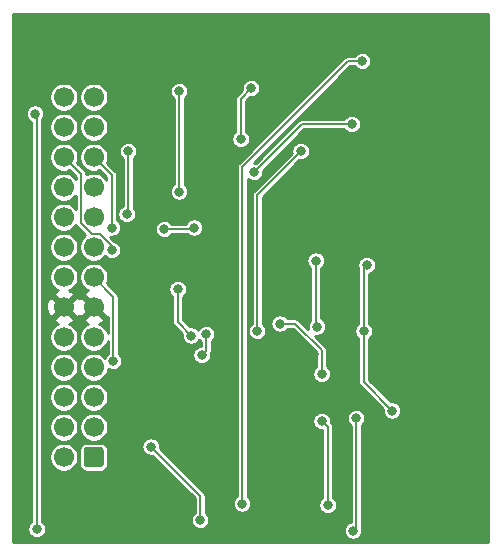
<source format=gbr>
%TF.GenerationSoftware,KiCad,Pcbnew,(5.1.6)-1*%
%TF.CreationDate,2021-03-15T21:03:39-07:00*%
%TF.ProjectId,ECUOutputs,4543554f-7574-4707-9574-732e6b696361,rev?*%
%TF.SameCoordinates,Original*%
%TF.FileFunction,Copper,L2,Bot*%
%TF.FilePolarity,Positive*%
%FSLAX46Y46*%
G04 Gerber Fmt 4.6, Leading zero omitted, Abs format (unit mm)*
G04 Created by KiCad (PCBNEW (5.1.6)-1) date 2021-03-15 21:03:39*
%MOMM*%
%LPD*%
G01*
G04 APERTURE LIST*
%TA.AperFunction,ComponentPad*%
%ADD10C,1.700000*%
%TD*%
%TA.AperFunction,ViaPad*%
%ADD11C,0.800000*%
%TD*%
%TA.AperFunction,Conductor*%
%ADD12C,0.152400*%
%TD*%
%TA.AperFunction,Conductor*%
%ADD13C,0.254000*%
%TD*%
G04 APERTURE END LIST*
D10*
%TO.P,J4,26*%
%TO.N,Net-(J4-Pad26)*%
X105156000Y-73406000D03*
%TO.P,J4,24*%
%TO.N,+12V*%
X105156000Y-75946000D03*
%TO.P,J4,22*%
%TO.N,/ECU_TRIGGERGROUP3*%
X105156000Y-78486000D03*
%TO.P,J4,20*%
%TO.N,/ECU_TPSACCEL2*%
X105156000Y-81026000D03*
%TO.P,J4,18*%
%TO.N,/ECU_COLDSTARTRELAY*%
X105156000Y-83566000D03*
%TO.P,J4,16*%
%TO.N,+12V*%
X105156000Y-86106000D03*
%TO.P,J4,14*%
%TO.N,/ECU_TRIGGERGROUP4*%
X105156000Y-88646000D03*
%TO.P,J4,12*%
%TO.N,GND*%
X105156000Y-91186000D03*
%TO.P,J4,10*%
%TO.N,Net-(J4-Pad10)*%
X105156000Y-93726000D03*
%TO.P,J4,8*%
%TO.N,Net-(J4-Pad8)*%
X105156000Y-96266000D03*
%TO.P,J4,6*%
%TO.N,Net-(J4-Pad6)*%
X105156000Y-98806000D03*
%TO.P,J4,4*%
%TO.N,Net-(J4-Pad4)*%
X105156000Y-101346000D03*
%TO.P,J4,2*%
%TO.N,/ECU_TPSWOT*%
X105156000Y-103886000D03*
%TO.P,J4,25*%
%TO.N,Net-(J4-Pad25)*%
X107696000Y-73406000D03*
%TO.P,J4,23*%
%TO.N,/ECU_COOLANTTEMP*%
X107696000Y-75946000D03*
%TO.P,J4,21*%
%TO.N,/ECU_TRIGGERGROUP1*%
X107696000Y-78486000D03*
%TO.P,J4,19*%
%TO.N,Net-(J4-Pad19)*%
X107696000Y-81026000D03*
%TO.P,J4,17*%
%TO.N,/ECU_TPSIDLE*%
X107696000Y-83566000D03*
%TO.P,J4,15*%
%TO.N,Net-(J4-Pad15)*%
X107696000Y-86106000D03*
%TO.P,J4,13*%
%TO.N,/ECU_TRIGGERGROUP2*%
X107696000Y-88646000D03*
%TO.P,J4,11*%
%TO.N,GND*%
X107696000Y-91186000D03*
%TO.P,J4,9*%
%TO.N,/ECU_TPSACCEL1*%
X107696000Y-93726000D03*
%TO.P,J4,7*%
%TO.N,Net-(J4-Pad7)*%
X107696000Y-96266000D03*
%TO.P,J4,5*%
%TO.N,Net-(J4-Pad5)*%
X107696000Y-98806000D03*
%TO.P,J4,3*%
%TO.N,Net-(J4-Pad3)*%
X107696000Y-101346000D03*
%TO.P,J4,1*%
%TO.N,/ECU_AIRTEMP*%
%TA.AperFunction,ComponentPad*%
G36*
G01*
X108546000Y-103286000D02*
X108546000Y-104486000D01*
G75*
G02*
X108296000Y-104736000I-250000J0D01*
G01*
X107096000Y-104736000D01*
G75*
G02*
X106846000Y-104486000I0J250000D01*
G01*
X106846000Y-103286000D01*
G75*
G02*
X107096000Y-103036000I250000J0D01*
G01*
X108296000Y-103036000D01*
G75*
G02*
X108546000Y-103286000I0J-250000D01*
G01*
G37*
%TD.AperFunction*%
%TD*%
D11*
%TO.N,Net-(C1-Pad2)*%
X126619000Y-92837000D03*
X126492000Y-87249000D03*
%TO.N,Net-(C3-Pad2)*%
X129540000Y-75692000D03*
X121285000Y-79756000D03*
%TO.N,GND*%
X126365000Y-95123000D03*
X123190000Y-95758000D03*
X139000000Y-68000000D03*
X139000000Y-72000000D03*
X139000000Y-76000000D03*
X139000000Y-80000000D03*
X139000000Y-84000000D03*
X139000000Y-88000000D03*
X139000000Y-92000000D03*
X139000000Y-101000000D03*
X139000000Y-105000000D03*
X139000000Y-109000000D03*
X135000000Y-109000000D03*
X135000000Y-105000000D03*
X135000000Y-80000000D03*
X135000000Y-68000000D03*
X103000000Y-68000000D03*
X107000000Y-68000000D03*
X111000000Y-68000000D03*
X103000000Y-72000000D03*
X102000000Y-80000000D03*
X102000000Y-84000000D03*
X102000000Y-88000000D03*
X102000000Y-92000000D03*
X102000000Y-96000000D03*
X102000000Y-100000000D03*
X102000000Y-105000000D03*
%TO.N,Net-(D2-Pad1)*%
X127000000Y-100838000D03*
X127508000Y-107950000D03*
%TO.N,/ECU_COOLANTTEMP*%
X129921000Y-100584000D03*
X129667000Y-110109000D03*
X102870000Y-109982000D03*
X102743000Y-74803000D03*
%TO.N,Net-(D4-Pad2)*%
X113665000Y-84582000D03*
X116205000Y-84455000D03*
%TO.N,Net-(D6-Pad1)*%
X123444000Y-92583000D03*
X127000000Y-96823991D03*
%TO.N,Net-(D8-Pad1)*%
X121031000Y-72644000D03*
X120142000Y-76962000D03*
%TO.N,/ECU_TPSIDLE*%
X110617000Y-77978000D03*
X110490000Y-83312000D03*
%TO.N,+12V*%
X112522000Y-102997000D03*
X116713000Y-109220000D03*
X130556000Y-93218000D03*
X132969000Y-99949000D03*
X130810000Y-87630000D03*
%TO.N,/ECU_TRIGGERGROUP3*%
X109220000Y-86360000D03*
%TO.N,/ECU_TRIGGERGROUP1*%
X109220000Y-84455000D03*
%TO.N,/ECU_TPSACCEL2*%
X114935000Y-81407000D03*
X114935000Y-72898000D03*
%TO.N,/ECU_TRIGGERGROUP2*%
X109347000Y-95758000D03*
%TO.N,/ECU_TPSACCEL1*%
X125222000Y-77978000D03*
X121539000Y-93218000D03*
X117221000Y-93472000D03*
X116840000Y-95250000D03*
%TO.N,+10V*%
X120269000Y-107823000D03*
X130429000Y-70358000D03*
%TO.N,Net-(Q3-Pad3)*%
X115951000Y-93599000D03*
X114808000Y-89662000D03*
%TD*%
D12*
%TO.N,Net-(C1-Pad2)*%
X126492000Y-87249000D02*
X126492000Y-92710000D01*
X126492000Y-92710000D02*
X126619000Y-92837000D01*
%TO.N,Net-(C3-Pad2)*%
X129540000Y-75692000D02*
X125349000Y-75692000D01*
X125349000Y-75692000D02*
X121285000Y-79756000D01*
%TO.N,GND*%
X125730000Y-95758000D02*
X126365000Y-95123000D01*
X123190000Y-95758000D02*
X125730000Y-95758000D01*
%TO.N,Net-(D2-Pad1)*%
X127000000Y-100838000D02*
X127508000Y-101346000D01*
X127508000Y-101346000D02*
X127508000Y-107950000D01*
%TO.N,/ECU_COOLANTTEMP*%
X129921000Y-100584000D02*
X129921000Y-109855000D01*
X129921000Y-109855000D02*
X129667000Y-110109000D01*
X102870000Y-109982000D02*
X102870000Y-74930000D01*
X102870000Y-74930000D02*
X102743000Y-74803000D01*
%TO.N,Net-(D4-Pad2)*%
X113665000Y-84582000D02*
X116078000Y-84582000D01*
X116078000Y-84582000D02*
X116205000Y-84455000D01*
%TO.N,Net-(D6-Pad1)*%
X127000000Y-94827668D02*
X127000000Y-96823991D01*
X124755332Y-92583000D02*
X127000000Y-94827668D01*
X123444000Y-92583000D02*
X124755332Y-92583000D01*
%TO.N,Net-(D8-Pad1)*%
X121031000Y-72644000D02*
X120142000Y-73533000D01*
X120142000Y-73533000D02*
X120142000Y-76962000D01*
%TO.N,/ECU_TPSIDLE*%
X110617000Y-77978000D02*
X110617000Y-83185000D01*
X110617000Y-83185000D02*
X110490000Y-83312000D01*
%TO.N,+12V*%
X112522000Y-102997000D02*
X116713000Y-107188000D01*
X116713000Y-107188000D02*
X116713000Y-109220000D01*
X130556000Y-93218000D02*
X130556000Y-97536000D01*
X130556000Y-97536000D02*
X132969000Y-99949000D01*
X130556000Y-93218000D02*
X130556000Y-87884000D01*
X130556000Y-87884000D02*
X130810000Y-87630000D01*
%TO.N,/ECU_TRIGGERGROUP3*%
X106617399Y-79947399D02*
X106617399Y-84083729D01*
X109220000Y-86033670D02*
X109220000Y-86360000D01*
X105156000Y-78486000D02*
X106617399Y-79947399D01*
X106617399Y-84083729D02*
X107561069Y-85027399D01*
X108213729Y-85027399D02*
X109220000Y-86033670D01*
X107561069Y-85027399D02*
X108213729Y-85027399D01*
%TO.N,/ECU_TRIGGERGROUP1*%
X107696000Y-78486000D02*
X109220000Y-80010000D01*
X109220000Y-80010000D02*
X109220000Y-84455000D01*
%TO.N,/ECU_TPSACCEL2*%
X114935000Y-81407000D02*
X114935000Y-72898000D01*
%TO.N,/ECU_TRIGGERGROUP2*%
X107696000Y-88646000D02*
X109347000Y-90297000D01*
X109347000Y-90297000D02*
X109347000Y-95758000D01*
%TO.N,/ECU_TPSACCEL1*%
X125222000Y-77978000D02*
X121539000Y-81661000D01*
X121539000Y-81661000D02*
X121539000Y-93218000D01*
X117221000Y-93472000D02*
X117221000Y-94869000D01*
X117221000Y-94869000D02*
X116840000Y-95250000D01*
%TO.N,+10V*%
X129244680Y-70358000D02*
X130429000Y-70358000D01*
X120269000Y-107823000D02*
X120269000Y-79333680D01*
X120269000Y-79333680D02*
X129244680Y-70358000D01*
%TO.N,Net-(Q3-Pad3)*%
X115951000Y-93599000D02*
X114808000Y-92456000D01*
X114808000Y-92456000D02*
X114808000Y-89662000D01*
%TD*%
D13*
%TO.N,GND*%
G36*
X141094001Y-111094000D02*
G01*
X100906000Y-111094000D01*
X100906000Y-74726078D01*
X101962000Y-74726078D01*
X101962000Y-74879922D01*
X101992013Y-75030809D01*
X102050887Y-75172942D01*
X102136358Y-75300859D01*
X102245141Y-75409642D01*
X102373058Y-75495113D01*
X102412801Y-75511575D01*
X102412800Y-109348191D01*
X102372141Y-109375358D01*
X102263358Y-109484141D01*
X102177887Y-109612058D01*
X102119013Y-109754191D01*
X102089000Y-109905078D01*
X102089000Y-110058922D01*
X102119013Y-110209809D01*
X102177887Y-110351942D01*
X102263358Y-110479859D01*
X102372141Y-110588642D01*
X102500058Y-110674113D01*
X102642191Y-110732987D01*
X102793078Y-110763000D01*
X102946922Y-110763000D01*
X103097809Y-110732987D01*
X103239942Y-110674113D01*
X103367859Y-110588642D01*
X103476642Y-110479859D01*
X103562113Y-110351942D01*
X103620987Y-110209809D01*
X103651000Y-110058922D01*
X103651000Y-110032078D01*
X128886000Y-110032078D01*
X128886000Y-110185922D01*
X128916013Y-110336809D01*
X128974887Y-110478942D01*
X129060358Y-110606859D01*
X129169141Y-110715642D01*
X129297058Y-110801113D01*
X129439191Y-110859987D01*
X129590078Y-110890000D01*
X129743922Y-110890000D01*
X129894809Y-110859987D01*
X130036942Y-110801113D01*
X130164859Y-110715642D01*
X130273642Y-110606859D01*
X130359113Y-110478942D01*
X130417987Y-110336809D01*
X130448000Y-110185922D01*
X130448000Y-110032078D01*
X130417987Y-109881191D01*
X130378200Y-109785138D01*
X130378200Y-101217809D01*
X130418859Y-101190642D01*
X130527642Y-101081859D01*
X130613113Y-100953942D01*
X130671987Y-100811809D01*
X130702000Y-100660922D01*
X130702000Y-100507078D01*
X130671987Y-100356191D01*
X130613113Y-100214058D01*
X130527642Y-100086141D01*
X130418859Y-99977358D01*
X130290942Y-99891887D01*
X130148809Y-99833013D01*
X129997922Y-99803000D01*
X129844078Y-99803000D01*
X129693191Y-99833013D01*
X129551058Y-99891887D01*
X129423141Y-99977358D01*
X129314358Y-100086141D01*
X129228887Y-100214058D01*
X129170013Y-100356191D01*
X129140000Y-100507078D01*
X129140000Y-100660922D01*
X129170013Y-100811809D01*
X129228887Y-100953942D01*
X129314358Y-101081859D01*
X129423141Y-101190642D01*
X129463800Y-101217809D01*
X129463801Y-109353118D01*
X129439191Y-109358013D01*
X129297058Y-109416887D01*
X129169141Y-109502358D01*
X129060358Y-109611141D01*
X128974887Y-109739058D01*
X128916013Y-109881191D01*
X128886000Y-110032078D01*
X103651000Y-110032078D01*
X103651000Y-109905078D01*
X103620987Y-109754191D01*
X103562113Y-109612058D01*
X103476642Y-109484141D01*
X103367859Y-109375358D01*
X103327200Y-109348191D01*
X103327200Y-103764757D01*
X103925000Y-103764757D01*
X103925000Y-104007243D01*
X103972307Y-104245069D01*
X104065102Y-104469097D01*
X104199820Y-104670717D01*
X104371283Y-104842180D01*
X104572903Y-104976898D01*
X104796931Y-105069693D01*
X105034757Y-105117000D01*
X105277243Y-105117000D01*
X105515069Y-105069693D01*
X105739097Y-104976898D01*
X105940717Y-104842180D01*
X106112180Y-104670717D01*
X106246898Y-104469097D01*
X106339693Y-104245069D01*
X106387000Y-104007243D01*
X106387000Y-103764757D01*
X106339693Y-103526931D01*
X106246898Y-103302903D01*
X106235604Y-103286000D01*
X106463157Y-103286000D01*
X106463157Y-104486000D01*
X106475317Y-104609462D01*
X106511329Y-104728179D01*
X106569810Y-104837589D01*
X106648512Y-104933488D01*
X106744411Y-105012190D01*
X106853821Y-105070671D01*
X106972538Y-105106683D01*
X107096000Y-105118843D01*
X108296000Y-105118843D01*
X108419462Y-105106683D01*
X108538179Y-105070671D01*
X108647589Y-105012190D01*
X108743488Y-104933488D01*
X108822190Y-104837589D01*
X108880671Y-104728179D01*
X108916683Y-104609462D01*
X108928843Y-104486000D01*
X108928843Y-103286000D01*
X108916683Y-103162538D01*
X108880671Y-103043821D01*
X108822190Y-102934411D01*
X108810428Y-102920078D01*
X111741000Y-102920078D01*
X111741000Y-103073922D01*
X111771013Y-103224809D01*
X111829887Y-103366942D01*
X111915358Y-103494859D01*
X112024141Y-103603642D01*
X112152058Y-103689113D01*
X112294191Y-103747987D01*
X112445078Y-103778000D01*
X112598922Y-103778000D01*
X112646883Y-103768460D01*
X116255800Y-107377378D01*
X116255801Y-108586190D01*
X116215141Y-108613358D01*
X116106358Y-108722141D01*
X116020887Y-108850058D01*
X115962013Y-108992191D01*
X115932000Y-109143078D01*
X115932000Y-109296922D01*
X115962013Y-109447809D01*
X116020887Y-109589942D01*
X116106358Y-109717859D01*
X116215141Y-109826642D01*
X116343058Y-109912113D01*
X116485191Y-109970987D01*
X116636078Y-110001000D01*
X116789922Y-110001000D01*
X116940809Y-109970987D01*
X117082942Y-109912113D01*
X117210859Y-109826642D01*
X117319642Y-109717859D01*
X117405113Y-109589942D01*
X117463987Y-109447809D01*
X117494000Y-109296922D01*
X117494000Y-109143078D01*
X117463987Y-108992191D01*
X117405113Y-108850058D01*
X117319642Y-108722141D01*
X117210859Y-108613358D01*
X117170200Y-108586191D01*
X117170200Y-107746078D01*
X119488000Y-107746078D01*
X119488000Y-107899922D01*
X119518013Y-108050809D01*
X119576887Y-108192942D01*
X119662358Y-108320859D01*
X119771141Y-108429642D01*
X119899058Y-108515113D01*
X120041191Y-108573987D01*
X120192078Y-108604000D01*
X120345922Y-108604000D01*
X120496809Y-108573987D01*
X120638942Y-108515113D01*
X120766859Y-108429642D01*
X120875642Y-108320859D01*
X120961113Y-108192942D01*
X121019987Y-108050809D01*
X121050000Y-107899922D01*
X121050000Y-107746078D01*
X121019987Y-107595191D01*
X120961113Y-107453058D01*
X120875642Y-107325141D01*
X120766859Y-107216358D01*
X120726200Y-107189191D01*
X120726200Y-100761078D01*
X126219000Y-100761078D01*
X126219000Y-100914922D01*
X126249013Y-101065809D01*
X126307887Y-101207942D01*
X126393358Y-101335859D01*
X126502141Y-101444642D01*
X126630058Y-101530113D01*
X126772191Y-101588987D01*
X126923078Y-101619000D01*
X127050800Y-101619000D01*
X127050801Y-107316190D01*
X127010141Y-107343358D01*
X126901358Y-107452141D01*
X126815887Y-107580058D01*
X126757013Y-107722191D01*
X126727000Y-107873078D01*
X126727000Y-108026922D01*
X126757013Y-108177809D01*
X126815887Y-108319942D01*
X126901358Y-108447859D01*
X127010141Y-108556642D01*
X127138058Y-108642113D01*
X127280191Y-108700987D01*
X127431078Y-108731000D01*
X127584922Y-108731000D01*
X127735809Y-108700987D01*
X127877942Y-108642113D01*
X128005859Y-108556642D01*
X128114642Y-108447859D01*
X128200113Y-108319942D01*
X128258987Y-108177809D01*
X128289000Y-108026922D01*
X128289000Y-107873078D01*
X128258987Y-107722191D01*
X128200113Y-107580058D01*
X128114642Y-107452141D01*
X128005859Y-107343358D01*
X127965200Y-107316191D01*
X127965200Y-101368449D01*
X127967411Y-101345999D01*
X127965200Y-101323549D01*
X127965200Y-101323540D01*
X127958585Y-101256373D01*
X127932441Y-101170191D01*
X127889988Y-101090765D01*
X127889987Y-101090763D01*
X127847170Y-101038592D01*
X127832853Y-101021147D01*
X127815409Y-101006831D01*
X127771460Y-100962882D01*
X127781000Y-100914922D01*
X127781000Y-100761078D01*
X127750987Y-100610191D01*
X127692113Y-100468058D01*
X127606642Y-100340141D01*
X127497859Y-100231358D01*
X127369942Y-100145887D01*
X127227809Y-100087013D01*
X127076922Y-100057000D01*
X126923078Y-100057000D01*
X126772191Y-100087013D01*
X126630058Y-100145887D01*
X126502141Y-100231358D01*
X126393358Y-100340141D01*
X126307887Y-100468058D01*
X126249013Y-100610191D01*
X126219000Y-100761078D01*
X120726200Y-100761078D01*
X120726200Y-93141078D01*
X120758000Y-93141078D01*
X120758000Y-93294922D01*
X120788013Y-93445809D01*
X120846887Y-93587942D01*
X120932358Y-93715859D01*
X121041141Y-93824642D01*
X121169058Y-93910113D01*
X121311191Y-93968987D01*
X121462078Y-93999000D01*
X121615922Y-93999000D01*
X121766809Y-93968987D01*
X121908942Y-93910113D01*
X122036859Y-93824642D01*
X122145642Y-93715859D01*
X122231113Y-93587942D01*
X122289987Y-93445809D01*
X122320000Y-93294922D01*
X122320000Y-93141078D01*
X122289987Y-92990191D01*
X122231113Y-92848058D01*
X122145642Y-92720141D01*
X122036859Y-92611358D01*
X121996200Y-92584191D01*
X121996200Y-92506078D01*
X122663000Y-92506078D01*
X122663000Y-92659922D01*
X122693013Y-92810809D01*
X122751887Y-92952942D01*
X122837358Y-93080859D01*
X122946141Y-93189642D01*
X123074058Y-93275113D01*
X123216191Y-93333987D01*
X123367078Y-93364000D01*
X123520922Y-93364000D01*
X123671809Y-93333987D01*
X123813942Y-93275113D01*
X123941859Y-93189642D01*
X124050642Y-93080859D01*
X124077809Y-93040200D01*
X124565955Y-93040200D01*
X126542800Y-95017046D01*
X126542801Y-96190181D01*
X126502141Y-96217349D01*
X126393358Y-96326132D01*
X126307887Y-96454049D01*
X126249013Y-96596182D01*
X126219000Y-96747069D01*
X126219000Y-96900913D01*
X126249013Y-97051800D01*
X126307887Y-97193933D01*
X126393358Y-97321850D01*
X126502141Y-97430633D01*
X126630058Y-97516104D01*
X126772191Y-97574978D01*
X126923078Y-97604991D01*
X127076922Y-97604991D01*
X127227809Y-97574978D01*
X127369942Y-97516104D01*
X127497859Y-97430633D01*
X127606642Y-97321850D01*
X127692113Y-97193933D01*
X127750987Y-97051800D01*
X127781000Y-96900913D01*
X127781000Y-96747069D01*
X127750987Y-96596182D01*
X127692113Y-96454049D01*
X127606642Y-96326132D01*
X127497859Y-96217349D01*
X127457200Y-96190182D01*
X127457200Y-94850118D01*
X127459411Y-94827668D01*
X127457200Y-94805218D01*
X127457200Y-94805208D01*
X127450585Y-94738041D01*
X127424441Y-94651859D01*
X127381987Y-94572432D01*
X127324853Y-94502815D01*
X127307409Y-94488499D01*
X126410796Y-93591887D01*
X126542078Y-93618000D01*
X126695922Y-93618000D01*
X126846809Y-93587987D01*
X126988942Y-93529113D01*
X127116859Y-93443642D01*
X127225642Y-93334859D01*
X127311113Y-93206942D01*
X127338395Y-93141078D01*
X129775000Y-93141078D01*
X129775000Y-93294922D01*
X129805013Y-93445809D01*
X129863887Y-93587942D01*
X129949358Y-93715859D01*
X130058141Y-93824642D01*
X130098800Y-93851809D01*
X130098801Y-97513540D01*
X130096589Y-97536000D01*
X130098801Y-97558460D01*
X130105416Y-97625627D01*
X130131560Y-97711809D01*
X130174014Y-97791236D01*
X130231148Y-97860853D01*
X130248593Y-97875170D01*
X132197540Y-99824118D01*
X132188000Y-99872078D01*
X132188000Y-100025922D01*
X132218013Y-100176809D01*
X132276887Y-100318942D01*
X132362358Y-100446859D01*
X132471141Y-100555642D01*
X132599058Y-100641113D01*
X132741191Y-100699987D01*
X132892078Y-100730000D01*
X133045922Y-100730000D01*
X133196809Y-100699987D01*
X133338942Y-100641113D01*
X133466859Y-100555642D01*
X133575642Y-100446859D01*
X133661113Y-100318942D01*
X133719987Y-100176809D01*
X133750000Y-100025922D01*
X133750000Y-99872078D01*
X133719987Y-99721191D01*
X133661113Y-99579058D01*
X133575642Y-99451141D01*
X133466859Y-99342358D01*
X133338942Y-99256887D01*
X133196809Y-99198013D01*
X133045922Y-99168000D01*
X132892078Y-99168000D01*
X132844118Y-99177540D01*
X131013200Y-97346623D01*
X131013200Y-93851809D01*
X131053859Y-93824642D01*
X131162642Y-93715859D01*
X131248113Y-93587942D01*
X131306987Y-93445809D01*
X131337000Y-93294922D01*
X131337000Y-93141078D01*
X131306987Y-92990191D01*
X131248113Y-92848058D01*
X131162642Y-92720141D01*
X131053859Y-92611358D01*
X131013200Y-92584191D01*
X131013200Y-88385882D01*
X131037809Y-88380987D01*
X131179942Y-88322113D01*
X131307859Y-88236642D01*
X131416642Y-88127859D01*
X131502113Y-87999942D01*
X131560987Y-87857809D01*
X131591000Y-87706922D01*
X131591000Y-87553078D01*
X131560987Y-87402191D01*
X131502113Y-87260058D01*
X131416642Y-87132141D01*
X131307859Y-87023358D01*
X131179942Y-86937887D01*
X131037809Y-86879013D01*
X130886922Y-86849000D01*
X130733078Y-86849000D01*
X130582191Y-86879013D01*
X130440058Y-86937887D01*
X130312141Y-87023358D01*
X130203358Y-87132141D01*
X130117887Y-87260058D01*
X130059013Y-87402191D01*
X130029000Y-87553078D01*
X130029000Y-87706922D01*
X130059013Y-87857809D01*
X130098801Y-87953865D01*
X130098800Y-92584191D01*
X130058141Y-92611358D01*
X129949358Y-92720141D01*
X129863887Y-92848058D01*
X129805013Y-92990191D01*
X129775000Y-93141078D01*
X127338395Y-93141078D01*
X127369987Y-93064809D01*
X127400000Y-92913922D01*
X127400000Y-92760078D01*
X127369987Y-92609191D01*
X127311113Y-92467058D01*
X127225642Y-92339141D01*
X127116859Y-92230358D01*
X126988942Y-92144887D01*
X126949200Y-92128425D01*
X126949200Y-87882809D01*
X126989859Y-87855642D01*
X127098642Y-87746859D01*
X127184113Y-87618942D01*
X127242987Y-87476809D01*
X127273000Y-87325922D01*
X127273000Y-87172078D01*
X127242987Y-87021191D01*
X127184113Y-86879058D01*
X127098642Y-86751141D01*
X126989859Y-86642358D01*
X126861942Y-86556887D01*
X126719809Y-86498013D01*
X126568922Y-86468000D01*
X126415078Y-86468000D01*
X126264191Y-86498013D01*
X126122058Y-86556887D01*
X125994141Y-86642358D01*
X125885358Y-86751141D01*
X125799887Y-86879058D01*
X125741013Y-87021191D01*
X125711000Y-87172078D01*
X125711000Y-87325922D01*
X125741013Y-87476809D01*
X125799887Y-87618942D01*
X125885358Y-87746859D01*
X125994141Y-87855642D01*
X126034800Y-87882809D01*
X126034801Y-92316698D01*
X126012358Y-92339141D01*
X125926887Y-92467058D01*
X125868013Y-92609191D01*
X125838000Y-92760078D01*
X125838000Y-92913922D01*
X125864113Y-93045204D01*
X125094506Y-92275597D01*
X125080185Y-92258147D01*
X125010568Y-92201013D01*
X124931141Y-92158559D01*
X124844959Y-92132415D01*
X124777792Y-92125800D01*
X124777782Y-92125800D01*
X124755332Y-92123589D01*
X124732882Y-92125800D01*
X124077809Y-92125800D01*
X124050642Y-92085141D01*
X123941859Y-91976358D01*
X123813942Y-91890887D01*
X123671809Y-91832013D01*
X123520922Y-91802000D01*
X123367078Y-91802000D01*
X123216191Y-91832013D01*
X123074058Y-91890887D01*
X122946141Y-91976358D01*
X122837358Y-92085141D01*
X122751887Y-92213058D01*
X122693013Y-92355191D01*
X122663000Y-92506078D01*
X121996200Y-92506078D01*
X121996200Y-81850377D01*
X125097118Y-78749460D01*
X125145078Y-78759000D01*
X125298922Y-78759000D01*
X125449809Y-78728987D01*
X125591942Y-78670113D01*
X125719859Y-78584642D01*
X125828642Y-78475859D01*
X125914113Y-78347942D01*
X125972987Y-78205809D01*
X126003000Y-78054922D01*
X126003000Y-77901078D01*
X125972987Y-77750191D01*
X125914113Y-77608058D01*
X125828642Y-77480141D01*
X125719859Y-77371358D01*
X125591942Y-77285887D01*
X125449809Y-77227013D01*
X125298922Y-77197000D01*
X125145078Y-77197000D01*
X124994191Y-77227013D01*
X124852058Y-77285887D01*
X124724141Y-77371358D01*
X124615358Y-77480141D01*
X124529887Y-77608058D01*
X124471013Y-77750191D01*
X124441000Y-77901078D01*
X124441000Y-78054922D01*
X124450540Y-78102882D01*
X121231597Y-81321826D01*
X121214147Y-81336147D01*
X121157013Y-81405765D01*
X121114559Y-81485192D01*
X121088415Y-81571374D01*
X121081800Y-81638541D01*
X121081800Y-81638550D01*
X121079589Y-81661000D01*
X121081800Y-81683450D01*
X121081801Y-92584190D01*
X121041141Y-92611358D01*
X120932358Y-92720141D01*
X120846887Y-92848058D01*
X120788013Y-92990191D01*
X120758000Y-93141078D01*
X120726200Y-93141078D01*
X120726200Y-80301701D01*
X120787141Y-80362642D01*
X120915058Y-80448113D01*
X121057191Y-80506987D01*
X121208078Y-80537000D01*
X121361922Y-80537000D01*
X121512809Y-80506987D01*
X121654942Y-80448113D01*
X121782859Y-80362642D01*
X121891642Y-80253859D01*
X121977113Y-80125942D01*
X122035987Y-79983809D01*
X122066000Y-79832922D01*
X122066000Y-79679078D01*
X122056460Y-79631117D01*
X125538378Y-76149200D01*
X128906191Y-76149200D01*
X128933358Y-76189859D01*
X129042141Y-76298642D01*
X129170058Y-76384113D01*
X129312191Y-76442987D01*
X129463078Y-76473000D01*
X129616922Y-76473000D01*
X129767809Y-76442987D01*
X129909942Y-76384113D01*
X130037859Y-76298642D01*
X130146642Y-76189859D01*
X130232113Y-76061942D01*
X130290987Y-75919809D01*
X130321000Y-75768922D01*
X130321000Y-75615078D01*
X130290987Y-75464191D01*
X130232113Y-75322058D01*
X130146642Y-75194141D01*
X130037859Y-75085358D01*
X129909942Y-74999887D01*
X129767809Y-74941013D01*
X129616922Y-74911000D01*
X129463078Y-74911000D01*
X129312191Y-74941013D01*
X129170058Y-74999887D01*
X129042141Y-75085358D01*
X128933358Y-75194141D01*
X128906191Y-75234800D01*
X125371450Y-75234800D01*
X125349000Y-75232589D01*
X125326550Y-75234800D01*
X125326540Y-75234800D01*
X125259373Y-75241415D01*
X125173191Y-75267559D01*
X125093764Y-75310013D01*
X125024147Y-75367147D01*
X125009830Y-75384592D01*
X121409883Y-78984540D01*
X121361922Y-78975000D01*
X121274257Y-78975000D01*
X129434058Y-70815200D01*
X129795191Y-70815200D01*
X129822358Y-70855859D01*
X129931141Y-70964642D01*
X130059058Y-71050113D01*
X130201191Y-71108987D01*
X130352078Y-71139000D01*
X130505922Y-71139000D01*
X130656809Y-71108987D01*
X130798942Y-71050113D01*
X130926859Y-70964642D01*
X131035642Y-70855859D01*
X131121113Y-70727942D01*
X131179987Y-70585809D01*
X131210000Y-70434922D01*
X131210000Y-70281078D01*
X131179987Y-70130191D01*
X131121113Y-69988058D01*
X131035642Y-69860141D01*
X130926859Y-69751358D01*
X130798942Y-69665887D01*
X130656809Y-69607013D01*
X130505922Y-69577000D01*
X130352078Y-69577000D01*
X130201191Y-69607013D01*
X130059058Y-69665887D01*
X129931141Y-69751358D01*
X129822358Y-69860141D01*
X129795191Y-69900800D01*
X129267129Y-69900800D01*
X129244679Y-69898589D01*
X129222229Y-69900800D01*
X129222220Y-69900800D01*
X129155053Y-69907415D01*
X129068871Y-69933559D01*
X129031897Y-69953322D01*
X128989443Y-69976013D01*
X128974767Y-69988058D01*
X128919827Y-70033147D01*
X128905510Y-70050592D01*
X119961593Y-78994510D01*
X119944148Y-79008827D01*
X119929831Y-79026272D01*
X119929830Y-79026273D01*
X119887013Y-79078445D01*
X119844560Y-79157871D01*
X119818416Y-79244054D01*
X119809589Y-79333680D01*
X119811801Y-79356140D01*
X119811800Y-107189191D01*
X119771141Y-107216358D01*
X119662358Y-107325141D01*
X119576887Y-107453058D01*
X119518013Y-107595191D01*
X119488000Y-107746078D01*
X117170200Y-107746078D01*
X117170200Y-107210449D01*
X117172411Y-107187999D01*
X117170200Y-107165549D01*
X117170200Y-107165540D01*
X117163585Y-107098373D01*
X117137441Y-107012191D01*
X117094987Y-106932764D01*
X117037853Y-106863147D01*
X117020409Y-106848831D01*
X113293460Y-103121883D01*
X113303000Y-103073922D01*
X113303000Y-102920078D01*
X113272987Y-102769191D01*
X113214113Y-102627058D01*
X113128642Y-102499141D01*
X113019859Y-102390358D01*
X112891942Y-102304887D01*
X112749809Y-102246013D01*
X112598922Y-102216000D01*
X112445078Y-102216000D01*
X112294191Y-102246013D01*
X112152058Y-102304887D01*
X112024141Y-102390358D01*
X111915358Y-102499141D01*
X111829887Y-102627058D01*
X111771013Y-102769191D01*
X111741000Y-102920078D01*
X108810428Y-102920078D01*
X108743488Y-102838512D01*
X108647589Y-102759810D01*
X108538179Y-102701329D01*
X108419462Y-102665317D01*
X108296000Y-102653157D01*
X107096000Y-102653157D01*
X106972538Y-102665317D01*
X106853821Y-102701329D01*
X106744411Y-102759810D01*
X106648512Y-102838512D01*
X106569810Y-102934411D01*
X106511329Y-103043821D01*
X106475317Y-103162538D01*
X106463157Y-103286000D01*
X106235604Y-103286000D01*
X106112180Y-103101283D01*
X105940717Y-102929820D01*
X105739097Y-102795102D01*
X105515069Y-102702307D01*
X105277243Y-102655000D01*
X105034757Y-102655000D01*
X104796931Y-102702307D01*
X104572903Y-102795102D01*
X104371283Y-102929820D01*
X104199820Y-103101283D01*
X104065102Y-103302903D01*
X103972307Y-103526931D01*
X103925000Y-103764757D01*
X103327200Y-103764757D01*
X103327200Y-101224757D01*
X103925000Y-101224757D01*
X103925000Y-101467243D01*
X103972307Y-101705069D01*
X104065102Y-101929097D01*
X104199820Y-102130717D01*
X104371283Y-102302180D01*
X104572903Y-102436898D01*
X104796931Y-102529693D01*
X105034757Y-102577000D01*
X105277243Y-102577000D01*
X105515069Y-102529693D01*
X105739097Y-102436898D01*
X105940717Y-102302180D01*
X106112180Y-102130717D01*
X106246898Y-101929097D01*
X106339693Y-101705069D01*
X106387000Y-101467243D01*
X106387000Y-101224757D01*
X106465000Y-101224757D01*
X106465000Y-101467243D01*
X106512307Y-101705069D01*
X106605102Y-101929097D01*
X106739820Y-102130717D01*
X106911283Y-102302180D01*
X107112903Y-102436898D01*
X107336931Y-102529693D01*
X107574757Y-102577000D01*
X107817243Y-102577000D01*
X108055069Y-102529693D01*
X108279097Y-102436898D01*
X108480717Y-102302180D01*
X108652180Y-102130717D01*
X108786898Y-101929097D01*
X108879693Y-101705069D01*
X108927000Y-101467243D01*
X108927000Y-101224757D01*
X108879693Y-100986931D01*
X108786898Y-100762903D01*
X108652180Y-100561283D01*
X108480717Y-100389820D01*
X108279097Y-100255102D01*
X108055069Y-100162307D01*
X107817243Y-100115000D01*
X107574757Y-100115000D01*
X107336931Y-100162307D01*
X107112903Y-100255102D01*
X106911283Y-100389820D01*
X106739820Y-100561283D01*
X106605102Y-100762903D01*
X106512307Y-100986931D01*
X106465000Y-101224757D01*
X106387000Y-101224757D01*
X106339693Y-100986931D01*
X106246898Y-100762903D01*
X106112180Y-100561283D01*
X105940717Y-100389820D01*
X105739097Y-100255102D01*
X105515069Y-100162307D01*
X105277243Y-100115000D01*
X105034757Y-100115000D01*
X104796931Y-100162307D01*
X104572903Y-100255102D01*
X104371283Y-100389820D01*
X104199820Y-100561283D01*
X104065102Y-100762903D01*
X103972307Y-100986931D01*
X103925000Y-101224757D01*
X103327200Y-101224757D01*
X103327200Y-98684757D01*
X103925000Y-98684757D01*
X103925000Y-98927243D01*
X103972307Y-99165069D01*
X104065102Y-99389097D01*
X104199820Y-99590717D01*
X104371283Y-99762180D01*
X104572903Y-99896898D01*
X104796931Y-99989693D01*
X105034757Y-100037000D01*
X105277243Y-100037000D01*
X105515069Y-99989693D01*
X105739097Y-99896898D01*
X105940717Y-99762180D01*
X106112180Y-99590717D01*
X106246898Y-99389097D01*
X106339693Y-99165069D01*
X106387000Y-98927243D01*
X106387000Y-98684757D01*
X106465000Y-98684757D01*
X106465000Y-98927243D01*
X106512307Y-99165069D01*
X106605102Y-99389097D01*
X106739820Y-99590717D01*
X106911283Y-99762180D01*
X107112903Y-99896898D01*
X107336931Y-99989693D01*
X107574757Y-100037000D01*
X107817243Y-100037000D01*
X108055069Y-99989693D01*
X108279097Y-99896898D01*
X108480717Y-99762180D01*
X108652180Y-99590717D01*
X108786898Y-99389097D01*
X108879693Y-99165069D01*
X108927000Y-98927243D01*
X108927000Y-98684757D01*
X108879693Y-98446931D01*
X108786898Y-98222903D01*
X108652180Y-98021283D01*
X108480717Y-97849820D01*
X108279097Y-97715102D01*
X108055069Y-97622307D01*
X107817243Y-97575000D01*
X107574757Y-97575000D01*
X107336931Y-97622307D01*
X107112903Y-97715102D01*
X106911283Y-97849820D01*
X106739820Y-98021283D01*
X106605102Y-98222903D01*
X106512307Y-98446931D01*
X106465000Y-98684757D01*
X106387000Y-98684757D01*
X106339693Y-98446931D01*
X106246898Y-98222903D01*
X106112180Y-98021283D01*
X105940717Y-97849820D01*
X105739097Y-97715102D01*
X105515069Y-97622307D01*
X105277243Y-97575000D01*
X105034757Y-97575000D01*
X104796931Y-97622307D01*
X104572903Y-97715102D01*
X104371283Y-97849820D01*
X104199820Y-98021283D01*
X104065102Y-98222903D01*
X103972307Y-98446931D01*
X103925000Y-98684757D01*
X103327200Y-98684757D01*
X103327200Y-96144757D01*
X103925000Y-96144757D01*
X103925000Y-96387243D01*
X103972307Y-96625069D01*
X104065102Y-96849097D01*
X104199820Y-97050717D01*
X104371283Y-97222180D01*
X104572903Y-97356898D01*
X104796931Y-97449693D01*
X105034757Y-97497000D01*
X105277243Y-97497000D01*
X105515069Y-97449693D01*
X105739097Y-97356898D01*
X105940717Y-97222180D01*
X106112180Y-97050717D01*
X106246898Y-96849097D01*
X106339693Y-96625069D01*
X106387000Y-96387243D01*
X106387000Y-96144757D01*
X106339693Y-95906931D01*
X106246898Y-95682903D01*
X106112180Y-95481283D01*
X105940717Y-95309820D01*
X105739097Y-95175102D01*
X105515069Y-95082307D01*
X105277243Y-95035000D01*
X105034757Y-95035000D01*
X104796931Y-95082307D01*
X104572903Y-95175102D01*
X104371283Y-95309820D01*
X104199820Y-95481283D01*
X104065102Y-95682903D01*
X103972307Y-95906931D01*
X103925000Y-96144757D01*
X103327200Y-96144757D01*
X103327200Y-93604757D01*
X103925000Y-93604757D01*
X103925000Y-93847243D01*
X103972307Y-94085069D01*
X104065102Y-94309097D01*
X104199820Y-94510717D01*
X104371283Y-94682180D01*
X104572903Y-94816898D01*
X104796931Y-94909693D01*
X105034757Y-94957000D01*
X105277243Y-94957000D01*
X105515069Y-94909693D01*
X105739097Y-94816898D01*
X105940717Y-94682180D01*
X106112180Y-94510717D01*
X106246898Y-94309097D01*
X106339693Y-94085069D01*
X106387000Y-93847243D01*
X106387000Y-93604757D01*
X106339693Y-93366931D01*
X106246898Y-93142903D01*
X106112180Y-92941283D01*
X105940717Y-92769820D01*
X105739097Y-92635102D01*
X105634683Y-92591852D01*
X105789747Y-92536919D01*
X105927157Y-92463472D01*
X106004792Y-92214397D01*
X105156000Y-91365605D01*
X104307208Y-92214397D01*
X104384843Y-92463472D01*
X104648883Y-92589371D01*
X104670228Y-92594789D01*
X104572903Y-92635102D01*
X104371283Y-92769820D01*
X104199820Y-92941283D01*
X104065102Y-93142903D01*
X103972307Y-93366931D01*
X103925000Y-93604757D01*
X103327200Y-93604757D01*
X103327200Y-91254531D01*
X103665389Y-91254531D01*
X103707401Y-91544019D01*
X103805081Y-91819747D01*
X103878528Y-91957157D01*
X104127603Y-92034792D01*
X104976395Y-91186000D01*
X105335605Y-91186000D01*
X106184397Y-92034792D01*
X106426000Y-91959486D01*
X106667603Y-92034792D01*
X107516395Y-91186000D01*
X106667603Y-90337208D01*
X106426000Y-90412514D01*
X106184397Y-90337208D01*
X105335605Y-91186000D01*
X104976395Y-91186000D01*
X104127603Y-90337208D01*
X103878528Y-90414843D01*
X103752629Y-90678883D01*
X103680661Y-90962411D01*
X103665389Y-91254531D01*
X103327200Y-91254531D01*
X103327200Y-88524757D01*
X103925000Y-88524757D01*
X103925000Y-88767243D01*
X103972307Y-89005069D01*
X104065102Y-89229097D01*
X104199820Y-89430717D01*
X104371283Y-89602180D01*
X104572903Y-89736898D01*
X104677317Y-89780148D01*
X104522253Y-89835081D01*
X104384843Y-89908528D01*
X104307208Y-90157603D01*
X105156000Y-91006395D01*
X106004792Y-90157603D01*
X105927157Y-89908528D01*
X105663117Y-89782629D01*
X105641772Y-89777211D01*
X105739097Y-89736898D01*
X105940717Y-89602180D01*
X106112180Y-89430717D01*
X106246898Y-89229097D01*
X106339693Y-89005069D01*
X106387000Y-88767243D01*
X106387000Y-88524757D01*
X106465000Y-88524757D01*
X106465000Y-88767243D01*
X106512307Y-89005069D01*
X106605102Y-89229097D01*
X106739820Y-89430717D01*
X106911283Y-89602180D01*
X107112903Y-89736898D01*
X107217317Y-89780148D01*
X107062253Y-89835081D01*
X106924843Y-89908528D01*
X106847208Y-90157603D01*
X107696000Y-91006395D01*
X107710143Y-90992253D01*
X107889748Y-91171858D01*
X107875605Y-91186000D01*
X108724397Y-92034792D01*
X108889800Y-91983237D01*
X108889801Y-93417745D01*
X108879693Y-93366931D01*
X108786898Y-93142903D01*
X108652180Y-92941283D01*
X108480717Y-92769820D01*
X108279097Y-92635102D01*
X108174683Y-92591852D01*
X108329747Y-92536919D01*
X108467157Y-92463472D01*
X108544792Y-92214397D01*
X107696000Y-91365605D01*
X106847208Y-92214397D01*
X106924843Y-92463472D01*
X107188883Y-92589371D01*
X107210228Y-92594789D01*
X107112903Y-92635102D01*
X106911283Y-92769820D01*
X106739820Y-92941283D01*
X106605102Y-93142903D01*
X106512307Y-93366931D01*
X106465000Y-93604757D01*
X106465000Y-93847243D01*
X106512307Y-94085069D01*
X106605102Y-94309097D01*
X106739820Y-94510717D01*
X106911283Y-94682180D01*
X107112903Y-94816898D01*
X107336931Y-94909693D01*
X107574757Y-94957000D01*
X107817243Y-94957000D01*
X108055069Y-94909693D01*
X108279097Y-94816898D01*
X108480717Y-94682180D01*
X108652180Y-94510717D01*
X108786898Y-94309097D01*
X108879693Y-94085069D01*
X108889801Y-94034255D01*
X108889801Y-95124190D01*
X108849141Y-95151358D01*
X108740358Y-95260141D01*
X108654887Y-95388058D01*
X108626789Y-95455892D01*
X108480717Y-95309820D01*
X108279097Y-95175102D01*
X108055069Y-95082307D01*
X107817243Y-95035000D01*
X107574757Y-95035000D01*
X107336931Y-95082307D01*
X107112903Y-95175102D01*
X106911283Y-95309820D01*
X106739820Y-95481283D01*
X106605102Y-95682903D01*
X106512307Y-95906931D01*
X106465000Y-96144757D01*
X106465000Y-96387243D01*
X106512307Y-96625069D01*
X106605102Y-96849097D01*
X106739820Y-97050717D01*
X106911283Y-97222180D01*
X107112903Y-97356898D01*
X107336931Y-97449693D01*
X107574757Y-97497000D01*
X107817243Y-97497000D01*
X108055069Y-97449693D01*
X108279097Y-97356898D01*
X108480717Y-97222180D01*
X108652180Y-97050717D01*
X108786898Y-96849097D01*
X108879693Y-96625069D01*
X108921834Y-96413214D01*
X108977058Y-96450113D01*
X109119191Y-96508987D01*
X109270078Y-96539000D01*
X109423922Y-96539000D01*
X109574809Y-96508987D01*
X109716942Y-96450113D01*
X109844859Y-96364642D01*
X109953642Y-96255859D01*
X110039113Y-96127942D01*
X110097987Y-95985809D01*
X110128000Y-95834922D01*
X110128000Y-95681078D01*
X110097987Y-95530191D01*
X110039113Y-95388058D01*
X109953642Y-95260141D01*
X109844859Y-95151358D01*
X109804200Y-95124191D01*
X109804200Y-90319450D01*
X109806411Y-90297000D01*
X109804200Y-90274550D01*
X109804200Y-90274540D01*
X109797585Y-90207373D01*
X109777526Y-90141249D01*
X109771441Y-90121190D01*
X109728987Y-90041764D01*
X109686171Y-89989592D01*
X109686165Y-89989586D01*
X109671853Y-89972147D01*
X109654415Y-89957836D01*
X109281657Y-89585078D01*
X114027000Y-89585078D01*
X114027000Y-89738922D01*
X114057013Y-89889809D01*
X114115887Y-90031942D01*
X114201358Y-90159859D01*
X114310141Y-90268642D01*
X114350801Y-90295810D01*
X114350800Y-92433550D01*
X114348589Y-92456000D01*
X114350800Y-92478450D01*
X114350800Y-92478459D01*
X114357415Y-92545626D01*
X114383559Y-92631808D01*
X114426013Y-92711235D01*
X114483147Y-92780853D01*
X114500597Y-92795174D01*
X115179540Y-93474117D01*
X115170000Y-93522078D01*
X115170000Y-93675922D01*
X115200013Y-93826809D01*
X115258887Y-93968942D01*
X115344358Y-94096859D01*
X115453141Y-94205642D01*
X115581058Y-94291113D01*
X115723191Y-94349987D01*
X115874078Y-94380000D01*
X116027922Y-94380000D01*
X116178809Y-94349987D01*
X116320942Y-94291113D01*
X116448859Y-94205642D01*
X116557642Y-94096859D01*
X116631228Y-93986729D01*
X116723141Y-94078642D01*
X116763800Y-94105810D01*
X116763801Y-94469000D01*
X116763078Y-94469000D01*
X116612191Y-94499013D01*
X116470058Y-94557887D01*
X116342141Y-94643358D01*
X116233358Y-94752141D01*
X116147887Y-94880058D01*
X116089013Y-95022191D01*
X116059000Y-95173078D01*
X116059000Y-95326922D01*
X116089013Y-95477809D01*
X116147887Y-95619942D01*
X116233358Y-95747859D01*
X116342141Y-95856642D01*
X116470058Y-95942113D01*
X116612191Y-96000987D01*
X116763078Y-96031000D01*
X116916922Y-96031000D01*
X117067809Y-96000987D01*
X117209942Y-95942113D01*
X117337859Y-95856642D01*
X117446642Y-95747859D01*
X117532113Y-95619942D01*
X117590987Y-95477809D01*
X117621000Y-95326922D01*
X117621000Y-95173078D01*
X117609034Y-95112923D01*
X117645440Y-95044810D01*
X117645441Y-95044809D01*
X117671585Y-94958627D01*
X117678200Y-94891460D01*
X117678200Y-94891451D01*
X117680411Y-94869001D01*
X117678200Y-94846551D01*
X117678200Y-94105809D01*
X117718859Y-94078642D01*
X117827642Y-93969859D01*
X117913113Y-93841942D01*
X117971987Y-93699809D01*
X118002000Y-93548922D01*
X118002000Y-93395078D01*
X117971987Y-93244191D01*
X117913113Y-93102058D01*
X117827642Y-92974141D01*
X117718859Y-92865358D01*
X117590942Y-92779887D01*
X117448809Y-92721013D01*
X117297922Y-92691000D01*
X117144078Y-92691000D01*
X116993191Y-92721013D01*
X116851058Y-92779887D01*
X116723141Y-92865358D01*
X116614358Y-92974141D01*
X116540772Y-93084271D01*
X116448859Y-92992358D01*
X116320942Y-92906887D01*
X116178809Y-92848013D01*
X116027922Y-92818000D01*
X115874078Y-92818000D01*
X115826117Y-92827540D01*
X115265200Y-92266623D01*
X115265200Y-90295809D01*
X115305859Y-90268642D01*
X115414642Y-90159859D01*
X115500113Y-90031942D01*
X115558987Y-89889809D01*
X115589000Y-89738922D01*
X115589000Y-89585078D01*
X115558987Y-89434191D01*
X115500113Y-89292058D01*
X115414642Y-89164141D01*
X115305859Y-89055358D01*
X115177942Y-88969887D01*
X115035809Y-88911013D01*
X114884922Y-88881000D01*
X114731078Y-88881000D01*
X114580191Y-88911013D01*
X114438058Y-88969887D01*
X114310141Y-89055358D01*
X114201358Y-89164141D01*
X114115887Y-89292058D01*
X114057013Y-89434191D01*
X114027000Y-89585078D01*
X109281657Y-89585078D01*
X108827545Y-89130967D01*
X108879693Y-89005069D01*
X108927000Y-88767243D01*
X108927000Y-88524757D01*
X108879693Y-88286931D01*
X108786898Y-88062903D01*
X108652180Y-87861283D01*
X108480717Y-87689820D01*
X108279097Y-87555102D01*
X108055069Y-87462307D01*
X107817243Y-87415000D01*
X107574757Y-87415000D01*
X107336931Y-87462307D01*
X107112903Y-87555102D01*
X106911283Y-87689820D01*
X106739820Y-87861283D01*
X106605102Y-88062903D01*
X106512307Y-88286931D01*
X106465000Y-88524757D01*
X106387000Y-88524757D01*
X106339693Y-88286931D01*
X106246898Y-88062903D01*
X106112180Y-87861283D01*
X105940717Y-87689820D01*
X105739097Y-87555102D01*
X105515069Y-87462307D01*
X105277243Y-87415000D01*
X105034757Y-87415000D01*
X104796931Y-87462307D01*
X104572903Y-87555102D01*
X104371283Y-87689820D01*
X104199820Y-87861283D01*
X104065102Y-88062903D01*
X103972307Y-88286931D01*
X103925000Y-88524757D01*
X103327200Y-88524757D01*
X103327200Y-85984757D01*
X103925000Y-85984757D01*
X103925000Y-86227243D01*
X103972307Y-86465069D01*
X104065102Y-86689097D01*
X104199820Y-86890717D01*
X104371283Y-87062180D01*
X104572903Y-87196898D01*
X104796931Y-87289693D01*
X105034757Y-87337000D01*
X105277243Y-87337000D01*
X105515069Y-87289693D01*
X105739097Y-87196898D01*
X105940717Y-87062180D01*
X106112180Y-86890717D01*
X106246898Y-86689097D01*
X106339693Y-86465069D01*
X106387000Y-86227243D01*
X106387000Y-85984757D01*
X106339693Y-85746931D01*
X106246898Y-85522903D01*
X106112180Y-85321283D01*
X105940717Y-85149820D01*
X105739097Y-85015102D01*
X105515069Y-84922307D01*
X105277243Y-84875000D01*
X105034757Y-84875000D01*
X104796931Y-84922307D01*
X104572903Y-85015102D01*
X104371283Y-85149820D01*
X104199820Y-85321283D01*
X104065102Y-85522903D01*
X103972307Y-85746931D01*
X103925000Y-85984757D01*
X103327200Y-85984757D01*
X103327200Y-78364757D01*
X103925000Y-78364757D01*
X103925000Y-78607243D01*
X103972307Y-78845069D01*
X104065102Y-79069097D01*
X104199820Y-79270717D01*
X104371283Y-79442180D01*
X104572903Y-79576898D01*
X104796931Y-79669693D01*
X105034757Y-79717000D01*
X105277243Y-79717000D01*
X105515069Y-79669693D01*
X105640967Y-79617545D01*
X106160199Y-80136777D01*
X106160199Y-80313149D01*
X106112180Y-80241283D01*
X105940717Y-80069820D01*
X105739097Y-79935102D01*
X105515069Y-79842307D01*
X105277243Y-79795000D01*
X105034757Y-79795000D01*
X104796931Y-79842307D01*
X104572903Y-79935102D01*
X104371283Y-80069820D01*
X104199820Y-80241283D01*
X104065102Y-80442903D01*
X103972307Y-80666931D01*
X103925000Y-80904757D01*
X103925000Y-81147243D01*
X103972307Y-81385069D01*
X104065102Y-81609097D01*
X104199820Y-81810717D01*
X104371283Y-81982180D01*
X104572903Y-82116898D01*
X104796931Y-82209693D01*
X105034757Y-82257000D01*
X105277243Y-82257000D01*
X105515069Y-82209693D01*
X105739097Y-82116898D01*
X105940717Y-81982180D01*
X106112180Y-81810717D01*
X106160199Y-81738851D01*
X106160200Y-82853150D01*
X106112180Y-82781283D01*
X105940717Y-82609820D01*
X105739097Y-82475102D01*
X105515069Y-82382307D01*
X105277243Y-82335000D01*
X105034757Y-82335000D01*
X104796931Y-82382307D01*
X104572903Y-82475102D01*
X104371283Y-82609820D01*
X104199820Y-82781283D01*
X104065102Y-82982903D01*
X103972307Y-83206931D01*
X103925000Y-83444757D01*
X103925000Y-83687243D01*
X103972307Y-83925069D01*
X104065102Y-84149097D01*
X104199820Y-84350717D01*
X104371283Y-84522180D01*
X104572903Y-84656898D01*
X104796931Y-84749693D01*
X105034757Y-84797000D01*
X105277243Y-84797000D01*
X105515069Y-84749693D01*
X105739097Y-84656898D01*
X105940717Y-84522180D01*
X106112180Y-84350717D01*
X106186759Y-84239101D01*
X106192959Y-84259538D01*
X106235412Y-84338964D01*
X106267513Y-84378078D01*
X106292547Y-84408582D01*
X106309992Y-84422899D01*
X106986592Y-85099500D01*
X106911283Y-85149820D01*
X106739820Y-85321283D01*
X106605102Y-85522903D01*
X106512307Y-85746931D01*
X106465000Y-85984757D01*
X106465000Y-86227243D01*
X106512307Y-86465069D01*
X106605102Y-86689097D01*
X106739820Y-86890717D01*
X106911283Y-87062180D01*
X107112903Y-87196898D01*
X107336931Y-87289693D01*
X107574757Y-87337000D01*
X107817243Y-87337000D01*
X108055069Y-87289693D01*
X108279097Y-87196898D01*
X108480717Y-87062180D01*
X108649198Y-86893699D01*
X108722141Y-86966642D01*
X108850058Y-87052113D01*
X108992191Y-87110987D01*
X109143078Y-87141000D01*
X109296922Y-87141000D01*
X109447809Y-87110987D01*
X109589942Y-87052113D01*
X109717859Y-86966642D01*
X109826642Y-86857859D01*
X109912113Y-86729942D01*
X109970987Y-86587809D01*
X110001000Y-86436922D01*
X110001000Y-86283078D01*
X109970987Y-86132191D01*
X109912113Y-85990058D01*
X109826642Y-85862141D01*
X109717859Y-85753358D01*
X109589942Y-85667887D01*
X109447809Y-85609013D01*
X109440459Y-85607551D01*
X109050491Y-85217583D01*
X109143078Y-85236000D01*
X109296922Y-85236000D01*
X109447809Y-85205987D01*
X109589942Y-85147113D01*
X109717859Y-85061642D01*
X109826642Y-84952859D01*
X109912113Y-84824942D01*
X109970987Y-84682809D01*
X110001000Y-84531922D01*
X110001000Y-84505078D01*
X112884000Y-84505078D01*
X112884000Y-84658922D01*
X112914013Y-84809809D01*
X112972887Y-84951942D01*
X113058358Y-85079859D01*
X113167141Y-85188642D01*
X113295058Y-85274113D01*
X113437191Y-85332987D01*
X113588078Y-85363000D01*
X113741922Y-85363000D01*
X113892809Y-85332987D01*
X114034942Y-85274113D01*
X114162859Y-85188642D01*
X114271642Y-85079859D01*
X114298809Y-85039200D01*
X115684699Y-85039200D01*
X115707141Y-85061642D01*
X115835058Y-85147113D01*
X115977191Y-85205987D01*
X116128078Y-85236000D01*
X116281922Y-85236000D01*
X116432809Y-85205987D01*
X116574942Y-85147113D01*
X116702859Y-85061642D01*
X116811642Y-84952859D01*
X116897113Y-84824942D01*
X116955987Y-84682809D01*
X116986000Y-84531922D01*
X116986000Y-84378078D01*
X116955987Y-84227191D01*
X116897113Y-84085058D01*
X116811642Y-83957141D01*
X116702859Y-83848358D01*
X116574942Y-83762887D01*
X116432809Y-83704013D01*
X116281922Y-83674000D01*
X116128078Y-83674000D01*
X115977191Y-83704013D01*
X115835058Y-83762887D01*
X115707141Y-83848358D01*
X115598358Y-83957141D01*
X115512887Y-84085058D01*
X115496425Y-84124800D01*
X114298809Y-84124800D01*
X114271642Y-84084141D01*
X114162859Y-83975358D01*
X114034942Y-83889887D01*
X113892809Y-83831013D01*
X113741922Y-83801000D01*
X113588078Y-83801000D01*
X113437191Y-83831013D01*
X113295058Y-83889887D01*
X113167141Y-83975358D01*
X113058358Y-84084141D01*
X112972887Y-84212058D01*
X112914013Y-84354191D01*
X112884000Y-84505078D01*
X110001000Y-84505078D01*
X110001000Y-84378078D01*
X109970987Y-84227191D01*
X109912113Y-84085058D01*
X109826642Y-83957141D01*
X109717859Y-83848358D01*
X109677200Y-83821191D01*
X109677200Y-83235078D01*
X109709000Y-83235078D01*
X109709000Y-83388922D01*
X109739013Y-83539809D01*
X109797887Y-83681942D01*
X109883358Y-83809859D01*
X109992141Y-83918642D01*
X110120058Y-84004113D01*
X110262191Y-84062987D01*
X110413078Y-84093000D01*
X110566922Y-84093000D01*
X110717809Y-84062987D01*
X110859942Y-84004113D01*
X110987859Y-83918642D01*
X111096642Y-83809859D01*
X111182113Y-83681942D01*
X111240987Y-83539809D01*
X111271000Y-83388922D01*
X111271000Y-83235078D01*
X111240987Y-83084191D01*
X111182113Y-82942058D01*
X111096642Y-82814141D01*
X111074200Y-82791699D01*
X111074200Y-78611809D01*
X111114859Y-78584642D01*
X111223642Y-78475859D01*
X111309113Y-78347942D01*
X111367987Y-78205809D01*
X111398000Y-78054922D01*
X111398000Y-77901078D01*
X111367987Y-77750191D01*
X111309113Y-77608058D01*
X111223642Y-77480141D01*
X111114859Y-77371358D01*
X110986942Y-77285887D01*
X110844809Y-77227013D01*
X110693922Y-77197000D01*
X110540078Y-77197000D01*
X110389191Y-77227013D01*
X110247058Y-77285887D01*
X110119141Y-77371358D01*
X110010358Y-77480141D01*
X109924887Y-77608058D01*
X109866013Y-77750191D01*
X109836000Y-77901078D01*
X109836000Y-78054922D01*
X109866013Y-78205809D01*
X109924887Y-78347942D01*
X110010358Y-78475859D01*
X110119141Y-78584642D01*
X110159800Y-78611809D01*
X110159801Y-82603425D01*
X110120058Y-82619887D01*
X109992141Y-82705358D01*
X109883358Y-82814141D01*
X109797887Y-82942058D01*
X109739013Y-83084191D01*
X109709000Y-83235078D01*
X109677200Y-83235078D01*
X109677200Y-80032449D01*
X109679411Y-80009999D01*
X109677200Y-79987549D01*
X109677200Y-79987540D01*
X109670585Y-79920373D01*
X109644441Y-79834191D01*
X109601988Y-79754765D01*
X109601987Y-79754763D01*
X109559170Y-79702592D01*
X109544853Y-79685147D01*
X109527409Y-79670831D01*
X108827545Y-78970967D01*
X108879693Y-78845069D01*
X108927000Y-78607243D01*
X108927000Y-78364757D01*
X108879693Y-78126931D01*
X108786898Y-77902903D01*
X108652180Y-77701283D01*
X108480717Y-77529820D01*
X108279097Y-77395102D01*
X108055069Y-77302307D01*
X107817243Y-77255000D01*
X107574757Y-77255000D01*
X107336931Y-77302307D01*
X107112903Y-77395102D01*
X106911283Y-77529820D01*
X106739820Y-77701283D01*
X106605102Y-77902903D01*
X106512307Y-78126931D01*
X106465000Y-78364757D01*
X106465000Y-78607243D01*
X106512307Y-78845069D01*
X106605102Y-79069097D01*
X106739820Y-79270717D01*
X106911283Y-79442180D01*
X107112903Y-79576898D01*
X107336931Y-79669693D01*
X107574757Y-79717000D01*
X107817243Y-79717000D01*
X108055069Y-79669693D01*
X108180967Y-79617545D01*
X108762800Y-80199378D01*
X108762800Y-80406838D01*
X108652180Y-80241283D01*
X108480717Y-80069820D01*
X108279097Y-79935102D01*
X108055069Y-79842307D01*
X107817243Y-79795000D01*
X107574757Y-79795000D01*
X107336931Y-79842307D01*
X107112903Y-79935102D01*
X107075564Y-79960051D01*
X107076810Y-79947398D01*
X107074599Y-79924948D01*
X107074599Y-79924939D01*
X107067984Y-79857772D01*
X107041840Y-79771590D01*
X107022077Y-79734616D01*
X106999386Y-79692162D01*
X106956569Y-79639991D01*
X106942252Y-79622546D01*
X106924808Y-79608230D01*
X106287545Y-78970967D01*
X106339693Y-78845069D01*
X106387000Y-78607243D01*
X106387000Y-78364757D01*
X106339693Y-78126931D01*
X106246898Y-77902903D01*
X106112180Y-77701283D01*
X105940717Y-77529820D01*
X105739097Y-77395102D01*
X105515069Y-77302307D01*
X105277243Y-77255000D01*
X105034757Y-77255000D01*
X104796931Y-77302307D01*
X104572903Y-77395102D01*
X104371283Y-77529820D01*
X104199820Y-77701283D01*
X104065102Y-77902903D01*
X103972307Y-78126931D01*
X103925000Y-78364757D01*
X103327200Y-78364757D01*
X103327200Y-75824757D01*
X103925000Y-75824757D01*
X103925000Y-76067243D01*
X103972307Y-76305069D01*
X104065102Y-76529097D01*
X104199820Y-76730717D01*
X104371283Y-76902180D01*
X104572903Y-77036898D01*
X104796931Y-77129693D01*
X105034757Y-77177000D01*
X105277243Y-77177000D01*
X105515069Y-77129693D01*
X105739097Y-77036898D01*
X105940717Y-76902180D01*
X106112180Y-76730717D01*
X106246898Y-76529097D01*
X106339693Y-76305069D01*
X106387000Y-76067243D01*
X106387000Y-75824757D01*
X106465000Y-75824757D01*
X106465000Y-76067243D01*
X106512307Y-76305069D01*
X106605102Y-76529097D01*
X106739820Y-76730717D01*
X106911283Y-76902180D01*
X107112903Y-77036898D01*
X107336931Y-77129693D01*
X107574757Y-77177000D01*
X107817243Y-77177000D01*
X108055069Y-77129693D01*
X108279097Y-77036898D01*
X108480717Y-76902180D01*
X108652180Y-76730717D01*
X108786898Y-76529097D01*
X108879693Y-76305069D01*
X108927000Y-76067243D01*
X108927000Y-75824757D01*
X108879693Y-75586931D01*
X108786898Y-75362903D01*
X108652180Y-75161283D01*
X108480717Y-74989820D01*
X108279097Y-74855102D01*
X108055069Y-74762307D01*
X107817243Y-74715000D01*
X107574757Y-74715000D01*
X107336931Y-74762307D01*
X107112903Y-74855102D01*
X106911283Y-74989820D01*
X106739820Y-75161283D01*
X106605102Y-75362903D01*
X106512307Y-75586931D01*
X106465000Y-75824757D01*
X106387000Y-75824757D01*
X106339693Y-75586931D01*
X106246898Y-75362903D01*
X106112180Y-75161283D01*
X105940717Y-74989820D01*
X105739097Y-74855102D01*
X105515069Y-74762307D01*
X105277243Y-74715000D01*
X105034757Y-74715000D01*
X104796931Y-74762307D01*
X104572903Y-74855102D01*
X104371283Y-74989820D01*
X104199820Y-75161283D01*
X104065102Y-75362903D01*
X103972307Y-75586931D01*
X103925000Y-75824757D01*
X103327200Y-75824757D01*
X103327200Y-75323301D01*
X103349642Y-75300859D01*
X103435113Y-75172942D01*
X103493987Y-75030809D01*
X103524000Y-74879922D01*
X103524000Y-74726078D01*
X103493987Y-74575191D01*
X103435113Y-74433058D01*
X103349642Y-74305141D01*
X103240859Y-74196358D01*
X103112942Y-74110887D01*
X102970809Y-74052013D01*
X102819922Y-74022000D01*
X102666078Y-74022000D01*
X102515191Y-74052013D01*
X102373058Y-74110887D01*
X102245141Y-74196358D01*
X102136358Y-74305141D01*
X102050887Y-74433058D01*
X101992013Y-74575191D01*
X101962000Y-74726078D01*
X100906000Y-74726078D01*
X100906000Y-73284757D01*
X103925000Y-73284757D01*
X103925000Y-73527243D01*
X103972307Y-73765069D01*
X104065102Y-73989097D01*
X104199820Y-74190717D01*
X104371283Y-74362180D01*
X104572903Y-74496898D01*
X104796931Y-74589693D01*
X105034757Y-74637000D01*
X105277243Y-74637000D01*
X105515069Y-74589693D01*
X105739097Y-74496898D01*
X105940717Y-74362180D01*
X106112180Y-74190717D01*
X106246898Y-73989097D01*
X106339693Y-73765069D01*
X106387000Y-73527243D01*
X106387000Y-73284757D01*
X106465000Y-73284757D01*
X106465000Y-73527243D01*
X106512307Y-73765069D01*
X106605102Y-73989097D01*
X106739820Y-74190717D01*
X106911283Y-74362180D01*
X107112903Y-74496898D01*
X107336931Y-74589693D01*
X107574757Y-74637000D01*
X107817243Y-74637000D01*
X108055069Y-74589693D01*
X108279097Y-74496898D01*
X108480717Y-74362180D01*
X108652180Y-74190717D01*
X108786898Y-73989097D01*
X108879693Y-73765069D01*
X108927000Y-73527243D01*
X108927000Y-73284757D01*
X108879693Y-73046931D01*
X108786898Y-72822903D01*
X108785679Y-72821078D01*
X114154000Y-72821078D01*
X114154000Y-72974922D01*
X114184013Y-73125809D01*
X114242887Y-73267942D01*
X114328358Y-73395859D01*
X114437141Y-73504642D01*
X114477801Y-73531810D01*
X114477800Y-80773191D01*
X114437141Y-80800358D01*
X114328358Y-80909141D01*
X114242887Y-81037058D01*
X114184013Y-81179191D01*
X114154000Y-81330078D01*
X114154000Y-81483922D01*
X114184013Y-81634809D01*
X114242887Y-81776942D01*
X114328358Y-81904859D01*
X114437141Y-82013642D01*
X114565058Y-82099113D01*
X114707191Y-82157987D01*
X114858078Y-82188000D01*
X115011922Y-82188000D01*
X115162809Y-82157987D01*
X115304942Y-82099113D01*
X115432859Y-82013642D01*
X115541642Y-81904859D01*
X115627113Y-81776942D01*
X115685987Y-81634809D01*
X115716000Y-81483922D01*
X115716000Y-81330078D01*
X115685987Y-81179191D01*
X115627113Y-81037058D01*
X115541642Y-80909141D01*
X115432859Y-80800358D01*
X115392200Y-80773191D01*
X115392200Y-76885078D01*
X119361000Y-76885078D01*
X119361000Y-77038922D01*
X119391013Y-77189809D01*
X119449887Y-77331942D01*
X119535358Y-77459859D01*
X119644141Y-77568642D01*
X119772058Y-77654113D01*
X119914191Y-77712987D01*
X120065078Y-77743000D01*
X120218922Y-77743000D01*
X120369809Y-77712987D01*
X120511942Y-77654113D01*
X120639859Y-77568642D01*
X120748642Y-77459859D01*
X120834113Y-77331942D01*
X120892987Y-77189809D01*
X120923000Y-77038922D01*
X120923000Y-76885078D01*
X120892987Y-76734191D01*
X120834113Y-76592058D01*
X120748642Y-76464141D01*
X120639859Y-76355358D01*
X120599200Y-76328191D01*
X120599200Y-73722377D01*
X120906117Y-73415460D01*
X120954078Y-73425000D01*
X121107922Y-73425000D01*
X121258809Y-73394987D01*
X121400942Y-73336113D01*
X121528859Y-73250642D01*
X121637642Y-73141859D01*
X121723113Y-73013942D01*
X121781987Y-72871809D01*
X121812000Y-72720922D01*
X121812000Y-72567078D01*
X121781987Y-72416191D01*
X121723113Y-72274058D01*
X121637642Y-72146141D01*
X121528859Y-72037358D01*
X121400942Y-71951887D01*
X121258809Y-71893013D01*
X121107922Y-71863000D01*
X120954078Y-71863000D01*
X120803191Y-71893013D01*
X120661058Y-71951887D01*
X120533141Y-72037358D01*
X120424358Y-72146141D01*
X120338887Y-72274058D01*
X120280013Y-72416191D01*
X120250000Y-72567078D01*
X120250000Y-72720922D01*
X120259540Y-72768883D01*
X119834597Y-73193826D01*
X119817147Y-73208147D01*
X119760013Y-73277765D01*
X119717559Y-73357192D01*
X119691415Y-73443374D01*
X119684800Y-73510541D01*
X119684800Y-73510550D01*
X119682589Y-73533000D01*
X119684800Y-73555450D01*
X119684801Y-76328190D01*
X119644141Y-76355358D01*
X119535358Y-76464141D01*
X119449887Y-76592058D01*
X119391013Y-76734191D01*
X119361000Y-76885078D01*
X115392200Y-76885078D01*
X115392200Y-73531809D01*
X115432859Y-73504642D01*
X115541642Y-73395859D01*
X115627113Y-73267942D01*
X115685987Y-73125809D01*
X115716000Y-72974922D01*
X115716000Y-72821078D01*
X115685987Y-72670191D01*
X115627113Y-72528058D01*
X115541642Y-72400141D01*
X115432859Y-72291358D01*
X115304942Y-72205887D01*
X115162809Y-72147013D01*
X115011922Y-72117000D01*
X114858078Y-72117000D01*
X114707191Y-72147013D01*
X114565058Y-72205887D01*
X114437141Y-72291358D01*
X114328358Y-72400141D01*
X114242887Y-72528058D01*
X114184013Y-72670191D01*
X114154000Y-72821078D01*
X108785679Y-72821078D01*
X108652180Y-72621283D01*
X108480717Y-72449820D01*
X108279097Y-72315102D01*
X108055069Y-72222307D01*
X107817243Y-72175000D01*
X107574757Y-72175000D01*
X107336931Y-72222307D01*
X107112903Y-72315102D01*
X106911283Y-72449820D01*
X106739820Y-72621283D01*
X106605102Y-72822903D01*
X106512307Y-73046931D01*
X106465000Y-73284757D01*
X106387000Y-73284757D01*
X106339693Y-73046931D01*
X106246898Y-72822903D01*
X106112180Y-72621283D01*
X105940717Y-72449820D01*
X105739097Y-72315102D01*
X105515069Y-72222307D01*
X105277243Y-72175000D01*
X105034757Y-72175000D01*
X104796931Y-72222307D01*
X104572903Y-72315102D01*
X104371283Y-72449820D01*
X104199820Y-72621283D01*
X104065102Y-72822903D01*
X103972307Y-73046931D01*
X103925000Y-73284757D01*
X100906000Y-73284757D01*
X100906000Y-66406000D01*
X141094000Y-66406000D01*
X141094001Y-111094000D01*
G37*
X141094001Y-111094000D02*
X100906000Y-111094000D01*
X100906000Y-74726078D01*
X101962000Y-74726078D01*
X101962000Y-74879922D01*
X101992013Y-75030809D01*
X102050887Y-75172942D01*
X102136358Y-75300859D01*
X102245141Y-75409642D01*
X102373058Y-75495113D01*
X102412801Y-75511575D01*
X102412800Y-109348191D01*
X102372141Y-109375358D01*
X102263358Y-109484141D01*
X102177887Y-109612058D01*
X102119013Y-109754191D01*
X102089000Y-109905078D01*
X102089000Y-110058922D01*
X102119013Y-110209809D01*
X102177887Y-110351942D01*
X102263358Y-110479859D01*
X102372141Y-110588642D01*
X102500058Y-110674113D01*
X102642191Y-110732987D01*
X102793078Y-110763000D01*
X102946922Y-110763000D01*
X103097809Y-110732987D01*
X103239942Y-110674113D01*
X103367859Y-110588642D01*
X103476642Y-110479859D01*
X103562113Y-110351942D01*
X103620987Y-110209809D01*
X103651000Y-110058922D01*
X103651000Y-110032078D01*
X128886000Y-110032078D01*
X128886000Y-110185922D01*
X128916013Y-110336809D01*
X128974887Y-110478942D01*
X129060358Y-110606859D01*
X129169141Y-110715642D01*
X129297058Y-110801113D01*
X129439191Y-110859987D01*
X129590078Y-110890000D01*
X129743922Y-110890000D01*
X129894809Y-110859987D01*
X130036942Y-110801113D01*
X130164859Y-110715642D01*
X130273642Y-110606859D01*
X130359113Y-110478942D01*
X130417987Y-110336809D01*
X130448000Y-110185922D01*
X130448000Y-110032078D01*
X130417987Y-109881191D01*
X130378200Y-109785138D01*
X130378200Y-101217809D01*
X130418859Y-101190642D01*
X130527642Y-101081859D01*
X130613113Y-100953942D01*
X130671987Y-100811809D01*
X130702000Y-100660922D01*
X130702000Y-100507078D01*
X130671987Y-100356191D01*
X130613113Y-100214058D01*
X130527642Y-100086141D01*
X130418859Y-99977358D01*
X130290942Y-99891887D01*
X130148809Y-99833013D01*
X129997922Y-99803000D01*
X129844078Y-99803000D01*
X129693191Y-99833013D01*
X129551058Y-99891887D01*
X129423141Y-99977358D01*
X129314358Y-100086141D01*
X129228887Y-100214058D01*
X129170013Y-100356191D01*
X129140000Y-100507078D01*
X129140000Y-100660922D01*
X129170013Y-100811809D01*
X129228887Y-100953942D01*
X129314358Y-101081859D01*
X129423141Y-101190642D01*
X129463800Y-101217809D01*
X129463801Y-109353118D01*
X129439191Y-109358013D01*
X129297058Y-109416887D01*
X129169141Y-109502358D01*
X129060358Y-109611141D01*
X128974887Y-109739058D01*
X128916013Y-109881191D01*
X128886000Y-110032078D01*
X103651000Y-110032078D01*
X103651000Y-109905078D01*
X103620987Y-109754191D01*
X103562113Y-109612058D01*
X103476642Y-109484141D01*
X103367859Y-109375358D01*
X103327200Y-109348191D01*
X103327200Y-103764757D01*
X103925000Y-103764757D01*
X103925000Y-104007243D01*
X103972307Y-104245069D01*
X104065102Y-104469097D01*
X104199820Y-104670717D01*
X104371283Y-104842180D01*
X104572903Y-104976898D01*
X104796931Y-105069693D01*
X105034757Y-105117000D01*
X105277243Y-105117000D01*
X105515069Y-105069693D01*
X105739097Y-104976898D01*
X105940717Y-104842180D01*
X106112180Y-104670717D01*
X106246898Y-104469097D01*
X106339693Y-104245069D01*
X106387000Y-104007243D01*
X106387000Y-103764757D01*
X106339693Y-103526931D01*
X106246898Y-103302903D01*
X106235604Y-103286000D01*
X106463157Y-103286000D01*
X106463157Y-104486000D01*
X106475317Y-104609462D01*
X106511329Y-104728179D01*
X106569810Y-104837589D01*
X106648512Y-104933488D01*
X106744411Y-105012190D01*
X106853821Y-105070671D01*
X106972538Y-105106683D01*
X107096000Y-105118843D01*
X108296000Y-105118843D01*
X108419462Y-105106683D01*
X108538179Y-105070671D01*
X108647589Y-105012190D01*
X108743488Y-104933488D01*
X108822190Y-104837589D01*
X108880671Y-104728179D01*
X108916683Y-104609462D01*
X108928843Y-104486000D01*
X108928843Y-103286000D01*
X108916683Y-103162538D01*
X108880671Y-103043821D01*
X108822190Y-102934411D01*
X108810428Y-102920078D01*
X111741000Y-102920078D01*
X111741000Y-103073922D01*
X111771013Y-103224809D01*
X111829887Y-103366942D01*
X111915358Y-103494859D01*
X112024141Y-103603642D01*
X112152058Y-103689113D01*
X112294191Y-103747987D01*
X112445078Y-103778000D01*
X112598922Y-103778000D01*
X112646883Y-103768460D01*
X116255800Y-107377378D01*
X116255801Y-108586190D01*
X116215141Y-108613358D01*
X116106358Y-108722141D01*
X116020887Y-108850058D01*
X115962013Y-108992191D01*
X115932000Y-109143078D01*
X115932000Y-109296922D01*
X115962013Y-109447809D01*
X116020887Y-109589942D01*
X116106358Y-109717859D01*
X116215141Y-109826642D01*
X116343058Y-109912113D01*
X116485191Y-109970987D01*
X116636078Y-110001000D01*
X116789922Y-110001000D01*
X116940809Y-109970987D01*
X117082942Y-109912113D01*
X117210859Y-109826642D01*
X117319642Y-109717859D01*
X117405113Y-109589942D01*
X117463987Y-109447809D01*
X117494000Y-109296922D01*
X117494000Y-109143078D01*
X117463987Y-108992191D01*
X117405113Y-108850058D01*
X117319642Y-108722141D01*
X117210859Y-108613358D01*
X117170200Y-108586191D01*
X117170200Y-107746078D01*
X119488000Y-107746078D01*
X119488000Y-107899922D01*
X119518013Y-108050809D01*
X119576887Y-108192942D01*
X119662358Y-108320859D01*
X119771141Y-108429642D01*
X119899058Y-108515113D01*
X120041191Y-108573987D01*
X120192078Y-108604000D01*
X120345922Y-108604000D01*
X120496809Y-108573987D01*
X120638942Y-108515113D01*
X120766859Y-108429642D01*
X120875642Y-108320859D01*
X120961113Y-108192942D01*
X121019987Y-108050809D01*
X121050000Y-107899922D01*
X121050000Y-107746078D01*
X121019987Y-107595191D01*
X120961113Y-107453058D01*
X120875642Y-107325141D01*
X120766859Y-107216358D01*
X120726200Y-107189191D01*
X120726200Y-100761078D01*
X126219000Y-100761078D01*
X126219000Y-100914922D01*
X126249013Y-101065809D01*
X126307887Y-101207942D01*
X126393358Y-101335859D01*
X126502141Y-101444642D01*
X126630058Y-101530113D01*
X126772191Y-101588987D01*
X126923078Y-101619000D01*
X127050800Y-101619000D01*
X127050801Y-107316190D01*
X127010141Y-107343358D01*
X126901358Y-107452141D01*
X126815887Y-107580058D01*
X126757013Y-107722191D01*
X126727000Y-107873078D01*
X126727000Y-108026922D01*
X126757013Y-108177809D01*
X126815887Y-108319942D01*
X126901358Y-108447859D01*
X127010141Y-108556642D01*
X127138058Y-108642113D01*
X127280191Y-108700987D01*
X127431078Y-108731000D01*
X127584922Y-108731000D01*
X127735809Y-108700987D01*
X127877942Y-108642113D01*
X128005859Y-108556642D01*
X128114642Y-108447859D01*
X128200113Y-108319942D01*
X128258987Y-108177809D01*
X128289000Y-108026922D01*
X128289000Y-107873078D01*
X128258987Y-107722191D01*
X128200113Y-107580058D01*
X128114642Y-107452141D01*
X128005859Y-107343358D01*
X127965200Y-107316191D01*
X127965200Y-101368449D01*
X127967411Y-101345999D01*
X127965200Y-101323549D01*
X127965200Y-101323540D01*
X127958585Y-101256373D01*
X127932441Y-101170191D01*
X127889988Y-101090765D01*
X127889987Y-101090763D01*
X127847170Y-101038592D01*
X127832853Y-101021147D01*
X127815409Y-101006831D01*
X127771460Y-100962882D01*
X127781000Y-100914922D01*
X127781000Y-100761078D01*
X127750987Y-100610191D01*
X127692113Y-100468058D01*
X127606642Y-100340141D01*
X127497859Y-100231358D01*
X127369942Y-100145887D01*
X127227809Y-100087013D01*
X127076922Y-100057000D01*
X126923078Y-100057000D01*
X126772191Y-100087013D01*
X126630058Y-100145887D01*
X126502141Y-100231358D01*
X126393358Y-100340141D01*
X126307887Y-100468058D01*
X126249013Y-100610191D01*
X126219000Y-100761078D01*
X120726200Y-100761078D01*
X120726200Y-93141078D01*
X120758000Y-93141078D01*
X120758000Y-93294922D01*
X120788013Y-93445809D01*
X120846887Y-93587942D01*
X120932358Y-93715859D01*
X121041141Y-93824642D01*
X121169058Y-93910113D01*
X121311191Y-93968987D01*
X121462078Y-93999000D01*
X121615922Y-93999000D01*
X121766809Y-93968987D01*
X121908942Y-93910113D01*
X122036859Y-93824642D01*
X122145642Y-93715859D01*
X122231113Y-93587942D01*
X122289987Y-93445809D01*
X122320000Y-93294922D01*
X122320000Y-93141078D01*
X122289987Y-92990191D01*
X122231113Y-92848058D01*
X122145642Y-92720141D01*
X122036859Y-92611358D01*
X121996200Y-92584191D01*
X121996200Y-92506078D01*
X122663000Y-92506078D01*
X122663000Y-92659922D01*
X122693013Y-92810809D01*
X122751887Y-92952942D01*
X122837358Y-93080859D01*
X122946141Y-93189642D01*
X123074058Y-93275113D01*
X123216191Y-93333987D01*
X123367078Y-93364000D01*
X123520922Y-93364000D01*
X123671809Y-93333987D01*
X123813942Y-93275113D01*
X123941859Y-93189642D01*
X124050642Y-93080859D01*
X124077809Y-93040200D01*
X124565955Y-93040200D01*
X126542800Y-95017046D01*
X126542801Y-96190181D01*
X126502141Y-96217349D01*
X126393358Y-96326132D01*
X126307887Y-96454049D01*
X126249013Y-96596182D01*
X126219000Y-96747069D01*
X126219000Y-96900913D01*
X126249013Y-97051800D01*
X126307887Y-97193933D01*
X126393358Y-97321850D01*
X126502141Y-97430633D01*
X126630058Y-97516104D01*
X126772191Y-97574978D01*
X126923078Y-97604991D01*
X127076922Y-97604991D01*
X127227809Y-97574978D01*
X127369942Y-97516104D01*
X127497859Y-97430633D01*
X127606642Y-97321850D01*
X127692113Y-97193933D01*
X127750987Y-97051800D01*
X127781000Y-96900913D01*
X127781000Y-96747069D01*
X127750987Y-96596182D01*
X127692113Y-96454049D01*
X127606642Y-96326132D01*
X127497859Y-96217349D01*
X127457200Y-96190182D01*
X127457200Y-94850118D01*
X127459411Y-94827668D01*
X127457200Y-94805218D01*
X127457200Y-94805208D01*
X127450585Y-94738041D01*
X127424441Y-94651859D01*
X127381987Y-94572432D01*
X127324853Y-94502815D01*
X127307409Y-94488499D01*
X126410796Y-93591887D01*
X126542078Y-93618000D01*
X126695922Y-93618000D01*
X126846809Y-93587987D01*
X126988942Y-93529113D01*
X127116859Y-93443642D01*
X127225642Y-93334859D01*
X127311113Y-93206942D01*
X127338395Y-93141078D01*
X129775000Y-93141078D01*
X129775000Y-93294922D01*
X129805013Y-93445809D01*
X129863887Y-93587942D01*
X129949358Y-93715859D01*
X130058141Y-93824642D01*
X130098800Y-93851809D01*
X130098801Y-97513540D01*
X130096589Y-97536000D01*
X130098801Y-97558460D01*
X130105416Y-97625627D01*
X130131560Y-97711809D01*
X130174014Y-97791236D01*
X130231148Y-97860853D01*
X130248593Y-97875170D01*
X132197540Y-99824118D01*
X132188000Y-99872078D01*
X132188000Y-100025922D01*
X132218013Y-100176809D01*
X132276887Y-100318942D01*
X132362358Y-100446859D01*
X132471141Y-100555642D01*
X132599058Y-100641113D01*
X132741191Y-100699987D01*
X132892078Y-100730000D01*
X133045922Y-100730000D01*
X133196809Y-100699987D01*
X133338942Y-100641113D01*
X133466859Y-100555642D01*
X133575642Y-100446859D01*
X133661113Y-100318942D01*
X133719987Y-100176809D01*
X133750000Y-100025922D01*
X133750000Y-99872078D01*
X133719987Y-99721191D01*
X133661113Y-99579058D01*
X133575642Y-99451141D01*
X133466859Y-99342358D01*
X133338942Y-99256887D01*
X133196809Y-99198013D01*
X133045922Y-99168000D01*
X132892078Y-99168000D01*
X132844118Y-99177540D01*
X131013200Y-97346623D01*
X131013200Y-93851809D01*
X131053859Y-93824642D01*
X131162642Y-93715859D01*
X131248113Y-93587942D01*
X131306987Y-93445809D01*
X131337000Y-93294922D01*
X131337000Y-93141078D01*
X131306987Y-92990191D01*
X131248113Y-92848058D01*
X131162642Y-92720141D01*
X131053859Y-92611358D01*
X131013200Y-92584191D01*
X131013200Y-88385882D01*
X131037809Y-88380987D01*
X131179942Y-88322113D01*
X131307859Y-88236642D01*
X131416642Y-88127859D01*
X131502113Y-87999942D01*
X131560987Y-87857809D01*
X131591000Y-87706922D01*
X131591000Y-87553078D01*
X131560987Y-87402191D01*
X131502113Y-87260058D01*
X131416642Y-87132141D01*
X131307859Y-87023358D01*
X131179942Y-86937887D01*
X131037809Y-86879013D01*
X130886922Y-86849000D01*
X130733078Y-86849000D01*
X130582191Y-86879013D01*
X130440058Y-86937887D01*
X130312141Y-87023358D01*
X130203358Y-87132141D01*
X130117887Y-87260058D01*
X130059013Y-87402191D01*
X130029000Y-87553078D01*
X130029000Y-87706922D01*
X130059013Y-87857809D01*
X130098801Y-87953865D01*
X130098800Y-92584191D01*
X130058141Y-92611358D01*
X129949358Y-92720141D01*
X129863887Y-92848058D01*
X129805013Y-92990191D01*
X129775000Y-93141078D01*
X127338395Y-93141078D01*
X127369987Y-93064809D01*
X127400000Y-92913922D01*
X127400000Y-92760078D01*
X127369987Y-92609191D01*
X127311113Y-92467058D01*
X127225642Y-92339141D01*
X127116859Y-92230358D01*
X126988942Y-92144887D01*
X126949200Y-92128425D01*
X126949200Y-87882809D01*
X126989859Y-87855642D01*
X127098642Y-87746859D01*
X127184113Y-87618942D01*
X127242987Y-87476809D01*
X127273000Y-87325922D01*
X127273000Y-87172078D01*
X127242987Y-87021191D01*
X127184113Y-86879058D01*
X127098642Y-86751141D01*
X126989859Y-86642358D01*
X126861942Y-86556887D01*
X126719809Y-86498013D01*
X126568922Y-86468000D01*
X126415078Y-86468000D01*
X126264191Y-86498013D01*
X126122058Y-86556887D01*
X125994141Y-86642358D01*
X125885358Y-86751141D01*
X125799887Y-86879058D01*
X125741013Y-87021191D01*
X125711000Y-87172078D01*
X125711000Y-87325922D01*
X125741013Y-87476809D01*
X125799887Y-87618942D01*
X125885358Y-87746859D01*
X125994141Y-87855642D01*
X126034800Y-87882809D01*
X126034801Y-92316698D01*
X126012358Y-92339141D01*
X125926887Y-92467058D01*
X125868013Y-92609191D01*
X125838000Y-92760078D01*
X125838000Y-92913922D01*
X125864113Y-93045204D01*
X125094506Y-92275597D01*
X125080185Y-92258147D01*
X125010568Y-92201013D01*
X124931141Y-92158559D01*
X124844959Y-92132415D01*
X124777792Y-92125800D01*
X124777782Y-92125800D01*
X124755332Y-92123589D01*
X124732882Y-92125800D01*
X124077809Y-92125800D01*
X124050642Y-92085141D01*
X123941859Y-91976358D01*
X123813942Y-91890887D01*
X123671809Y-91832013D01*
X123520922Y-91802000D01*
X123367078Y-91802000D01*
X123216191Y-91832013D01*
X123074058Y-91890887D01*
X122946141Y-91976358D01*
X122837358Y-92085141D01*
X122751887Y-92213058D01*
X122693013Y-92355191D01*
X122663000Y-92506078D01*
X121996200Y-92506078D01*
X121996200Y-81850377D01*
X125097118Y-78749460D01*
X125145078Y-78759000D01*
X125298922Y-78759000D01*
X125449809Y-78728987D01*
X125591942Y-78670113D01*
X125719859Y-78584642D01*
X125828642Y-78475859D01*
X125914113Y-78347942D01*
X125972987Y-78205809D01*
X126003000Y-78054922D01*
X126003000Y-77901078D01*
X125972987Y-77750191D01*
X125914113Y-77608058D01*
X125828642Y-77480141D01*
X125719859Y-77371358D01*
X125591942Y-77285887D01*
X125449809Y-77227013D01*
X125298922Y-77197000D01*
X125145078Y-77197000D01*
X124994191Y-77227013D01*
X124852058Y-77285887D01*
X124724141Y-77371358D01*
X124615358Y-77480141D01*
X124529887Y-77608058D01*
X124471013Y-77750191D01*
X124441000Y-77901078D01*
X124441000Y-78054922D01*
X124450540Y-78102882D01*
X121231597Y-81321826D01*
X121214147Y-81336147D01*
X121157013Y-81405765D01*
X121114559Y-81485192D01*
X121088415Y-81571374D01*
X121081800Y-81638541D01*
X121081800Y-81638550D01*
X121079589Y-81661000D01*
X121081800Y-81683450D01*
X121081801Y-92584190D01*
X121041141Y-92611358D01*
X120932358Y-92720141D01*
X120846887Y-92848058D01*
X120788013Y-92990191D01*
X120758000Y-93141078D01*
X120726200Y-93141078D01*
X120726200Y-80301701D01*
X120787141Y-80362642D01*
X120915058Y-80448113D01*
X121057191Y-80506987D01*
X121208078Y-80537000D01*
X121361922Y-80537000D01*
X121512809Y-80506987D01*
X121654942Y-80448113D01*
X121782859Y-80362642D01*
X121891642Y-80253859D01*
X121977113Y-80125942D01*
X122035987Y-79983809D01*
X122066000Y-79832922D01*
X122066000Y-79679078D01*
X122056460Y-79631117D01*
X125538378Y-76149200D01*
X128906191Y-76149200D01*
X128933358Y-76189859D01*
X129042141Y-76298642D01*
X129170058Y-76384113D01*
X129312191Y-76442987D01*
X129463078Y-76473000D01*
X129616922Y-76473000D01*
X129767809Y-76442987D01*
X129909942Y-76384113D01*
X130037859Y-76298642D01*
X130146642Y-76189859D01*
X130232113Y-76061942D01*
X130290987Y-75919809D01*
X130321000Y-75768922D01*
X130321000Y-75615078D01*
X130290987Y-75464191D01*
X130232113Y-75322058D01*
X130146642Y-75194141D01*
X130037859Y-75085358D01*
X129909942Y-74999887D01*
X129767809Y-74941013D01*
X129616922Y-74911000D01*
X129463078Y-74911000D01*
X129312191Y-74941013D01*
X129170058Y-74999887D01*
X129042141Y-75085358D01*
X128933358Y-75194141D01*
X128906191Y-75234800D01*
X125371450Y-75234800D01*
X125349000Y-75232589D01*
X125326550Y-75234800D01*
X125326540Y-75234800D01*
X125259373Y-75241415D01*
X125173191Y-75267559D01*
X125093764Y-75310013D01*
X125024147Y-75367147D01*
X125009830Y-75384592D01*
X121409883Y-78984540D01*
X121361922Y-78975000D01*
X121274257Y-78975000D01*
X129434058Y-70815200D01*
X129795191Y-70815200D01*
X129822358Y-70855859D01*
X129931141Y-70964642D01*
X130059058Y-71050113D01*
X130201191Y-71108987D01*
X130352078Y-71139000D01*
X130505922Y-71139000D01*
X130656809Y-71108987D01*
X130798942Y-71050113D01*
X130926859Y-70964642D01*
X131035642Y-70855859D01*
X131121113Y-70727942D01*
X131179987Y-70585809D01*
X131210000Y-70434922D01*
X131210000Y-70281078D01*
X131179987Y-70130191D01*
X131121113Y-69988058D01*
X131035642Y-69860141D01*
X130926859Y-69751358D01*
X130798942Y-69665887D01*
X130656809Y-69607013D01*
X130505922Y-69577000D01*
X130352078Y-69577000D01*
X130201191Y-69607013D01*
X130059058Y-69665887D01*
X129931141Y-69751358D01*
X129822358Y-69860141D01*
X129795191Y-69900800D01*
X129267129Y-69900800D01*
X129244679Y-69898589D01*
X129222229Y-69900800D01*
X129222220Y-69900800D01*
X129155053Y-69907415D01*
X129068871Y-69933559D01*
X129031897Y-69953322D01*
X128989443Y-69976013D01*
X128974767Y-69988058D01*
X128919827Y-70033147D01*
X128905510Y-70050592D01*
X119961593Y-78994510D01*
X119944148Y-79008827D01*
X119929831Y-79026272D01*
X119929830Y-79026273D01*
X119887013Y-79078445D01*
X119844560Y-79157871D01*
X119818416Y-79244054D01*
X119809589Y-79333680D01*
X119811801Y-79356140D01*
X119811800Y-107189191D01*
X119771141Y-107216358D01*
X119662358Y-107325141D01*
X119576887Y-107453058D01*
X119518013Y-107595191D01*
X119488000Y-107746078D01*
X117170200Y-107746078D01*
X117170200Y-107210449D01*
X117172411Y-107187999D01*
X117170200Y-107165549D01*
X117170200Y-107165540D01*
X117163585Y-107098373D01*
X117137441Y-107012191D01*
X117094987Y-106932764D01*
X117037853Y-106863147D01*
X117020409Y-106848831D01*
X113293460Y-103121883D01*
X113303000Y-103073922D01*
X113303000Y-102920078D01*
X113272987Y-102769191D01*
X113214113Y-102627058D01*
X113128642Y-102499141D01*
X113019859Y-102390358D01*
X112891942Y-102304887D01*
X112749809Y-102246013D01*
X112598922Y-102216000D01*
X112445078Y-102216000D01*
X112294191Y-102246013D01*
X112152058Y-102304887D01*
X112024141Y-102390358D01*
X111915358Y-102499141D01*
X111829887Y-102627058D01*
X111771013Y-102769191D01*
X111741000Y-102920078D01*
X108810428Y-102920078D01*
X108743488Y-102838512D01*
X108647589Y-102759810D01*
X108538179Y-102701329D01*
X108419462Y-102665317D01*
X108296000Y-102653157D01*
X107096000Y-102653157D01*
X106972538Y-102665317D01*
X106853821Y-102701329D01*
X106744411Y-102759810D01*
X106648512Y-102838512D01*
X106569810Y-102934411D01*
X106511329Y-103043821D01*
X106475317Y-103162538D01*
X106463157Y-103286000D01*
X106235604Y-103286000D01*
X106112180Y-103101283D01*
X105940717Y-102929820D01*
X105739097Y-102795102D01*
X105515069Y-102702307D01*
X105277243Y-102655000D01*
X105034757Y-102655000D01*
X104796931Y-102702307D01*
X104572903Y-102795102D01*
X104371283Y-102929820D01*
X104199820Y-103101283D01*
X104065102Y-103302903D01*
X103972307Y-103526931D01*
X103925000Y-103764757D01*
X103327200Y-103764757D01*
X103327200Y-101224757D01*
X103925000Y-101224757D01*
X103925000Y-101467243D01*
X103972307Y-101705069D01*
X104065102Y-101929097D01*
X104199820Y-102130717D01*
X104371283Y-102302180D01*
X104572903Y-102436898D01*
X104796931Y-102529693D01*
X105034757Y-102577000D01*
X105277243Y-102577000D01*
X105515069Y-102529693D01*
X105739097Y-102436898D01*
X105940717Y-102302180D01*
X106112180Y-102130717D01*
X106246898Y-101929097D01*
X106339693Y-101705069D01*
X106387000Y-101467243D01*
X106387000Y-101224757D01*
X106465000Y-101224757D01*
X106465000Y-101467243D01*
X106512307Y-101705069D01*
X106605102Y-101929097D01*
X106739820Y-102130717D01*
X106911283Y-102302180D01*
X107112903Y-102436898D01*
X107336931Y-102529693D01*
X107574757Y-102577000D01*
X107817243Y-102577000D01*
X108055069Y-102529693D01*
X108279097Y-102436898D01*
X108480717Y-102302180D01*
X108652180Y-102130717D01*
X108786898Y-101929097D01*
X108879693Y-101705069D01*
X108927000Y-101467243D01*
X108927000Y-101224757D01*
X108879693Y-100986931D01*
X108786898Y-100762903D01*
X108652180Y-100561283D01*
X108480717Y-100389820D01*
X108279097Y-100255102D01*
X108055069Y-100162307D01*
X107817243Y-100115000D01*
X107574757Y-100115000D01*
X107336931Y-100162307D01*
X107112903Y-100255102D01*
X106911283Y-100389820D01*
X106739820Y-100561283D01*
X106605102Y-100762903D01*
X106512307Y-100986931D01*
X106465000Y-101224757D01*
X106387000Y-101224757D01*
X106339693Y-100986931D01*
X106246898Y-100762903D01*
X106112180Y-100561283D01*
X105940717Y-100389820D01*
X105739097Y-100255102D01*
X105515069Y-100162307D01*
X105277243Y-100115000D01*
X105034757Y-100115000D01*
X104796931Y-100162307D01*
X104572903Y-100255102D01*
X104371283Y-100389820D01*
X104199820Y-100561283D01*
X104065102Y-100762903D01*
X103972307Y-100986931D01*
X103925000Y-101224757D01*
X103327200Y-101224757D01*
X103327200Y-98684757D01*
X103925000Y-98684757D01*
X103925000Y-98927243D01*
X103972307Y-99165069D01*
X104065102Y-99389097D01*
X104199820Y-99590717D01*
X104371283Y-99762180D01*
X104572903Y-99896898D01*
X104796931Y-99989693D01*
X105034757Y-100037000D01*
X105277243Y-100037000D01*
X105515069Y-99989693D01*
X105739097Y-99896898D01*
X105940717Y-99762180D01*
X106112180Y-99590717D01*
X106246898Y-99389097D01*
X106339693Y-99165069D01*
X106387000Y-98927243D01*
X106387000Y-98684757D01*
X106465000Y-98684757D01*
X106465000Y-98927243D01*
X106512307Y-99165069D01*
X106605102Y-99389097D01*
X106739820Y-99590717D01*
X106911283Y-99762180D01*
X107112903Y-99896898D01*
X107336931Y-99989693D01*
X107574757Y-100037000D01*
X107817243Y-100037000D01*
X108055069Y-99989693D01*
X108279097Y-99896898D01*
X108480717Y-99762180D01*
X108652180Y-99590717D01*
X108786898Y-99389097D01*
X108879693Y-99165069D01*
X108927000Y-98927243D01*
X108927000Y-98684757D01*
X108879693Y-98446931D01*
X108786898Y-98222903D01*
X108652180Y-98021283D01*
X108480717Y-97849820D01*
X108279097Y-97715102D01*
X108055069Y-97622307D01*
X107817243Y-97575000D01*
X107574757Y-97575000D01*
X107336931Y-97622307D01*
X107112903Y-97715102D01*
X106911283Y-97849820D01*
X106739820Y-98021283D01*
X106605102Y-98222903D01*
X106512307Y-98446931D01*
X106465000Y-98684757D01*
X106387000Y-98684757D01*
X106339693Y-98446931D01*
X106246898Y-98222903D01*
X106112180Y-98021283D01*
X105940717Y-97849820D01*
X105739097Y-97715102D01*
X105515069Y-97622307D01*
X105277243Y-97575000D01*
X105034757Y-97575000D01*
X104796931Y-97622307D01*
X104572903Y-97715102D01*
X104371283Y-97849820D01*
X104199820Y-98021283D01*
X104065102Y-98222903D01*
X103972307Y-98446931D01*
X103925000Y-98684757D01*
X103327200Y-98684757D01*
X103327200Y-96144757D01*
X103925000Y-96144757D01*
X103925000Y-96387243D01*
X103972307Y-96625069D01*
X104065102Y-96849097D01*
X104199820Y-97050717D01*
X104371283Y-97222180D01*
X104572903Y-97356898D01*
X104796931Y-97449693D01*
X105034757Y-97497000D01*
X105277243Y-97497000D01*
X105515069Y-97449693D01*
X105739097Y-97356898D01*
X105940717Y-97222180D01*
X106112180Y-97050717D01*
X106246898Y-96849097D01*
X106339693Y-96625069D01*
X106387000Y-96387243D01*
X106387000Y-96144757D01*
X106339693Y-95906931D01*
X106246898Y-95682903D01*
X106112180Y-95481283D01*
X105940717Y-95309820D01*
X105739097Y-95175102D01*
X105515069Y-95082307D01*
X105277243Y-95035000D01*
X105034757Y-95035000D01*
X104796931Y-95082307D01*
X104572903Y-95175102D01*
X104371283Y-95309820D01*
X104199820Y-95481283D01*
X104065102Y-95682903D01*
X103972307Y-95906931D01*
X103925000Y-96144757D01*
X103327200Y-96144757D01*
X103327200Y-93604757D01*
X103925000Y-93604757D01*
X103925000Y-93847243D01*
X103972307Y-94085069D01*
X104065102Y-94309097D01*
X104199820Y-94510717D01*
X104371283Y-94682180D01*
X104572903Y-94816898D01*
X104796931Y-94909693D01*
X105034757Y-94957000D01*
X105277243Y-94957000D01*
X105515069Y-94909693D01*
X105739097Y-94816898D01*
X105940717Y-94682180D01*
X106112180Y-94510717D01*
X106246898Y-94309097D01*
X106339693Y-94085069D01*
X106387000Y-93847243D01*
X106387000Y-93604757D01*
X106339693Y-93366931D01*
X106246898Y-93142903D01*
X106112180Y-92941283D01*
X105940717Y-92769820D01*
X105739097Y-92635102D01*
X105634683Y-92591852D01*
X105789747Y-92536919D01*
X105927157Y-92463472D01*
X106004792Y-92214397D01*
X105156000Y-91365605D01*
X104307208Y-92214397D01*
X104384843Y-92463472D01*
X104648883Y-92589371D01*
X104670228Y-92594789D01*
X104572903Y-92635102D01*
X104371283Y-92769820D01*
X104199820Y-92941283D01*
X104065102Y-93142903D01*
X103972307Y-93366931D01*
X103925000Y-93604757D01*
X103327200Y-93604757D01*
X103327200Y-91254531D01*
X103665389Y-91254531D01*
X103707401Y-91544019D01*
X103805081Y-91819747D01*
X103878528Y-91957157D01*
X104127603Y-92034792D01*
X104976395Y-91186000D01*
X105335605Y-91186000D01*
X106184397Y-92034792D01*
X106426000Y-91959486D01*
X106667603Y-92034792D01*
X107516395Y-91186000D01*
X106667603Y-90337208D01*
X106426000Y-90412514D01*
X106184397Y-90337208D01*
X105335605Y-91186000D01*
X104976395Y-91186000D01*
X104127603Y-90337208D01*
X103878528Y-90414843D01*
X103752629Y-90678883D01*
X103680661Y-90962411D01*
X103665389Y-91254531D01*
X103327200Y-91254531D01*
X103327200Y-88524757D01*
X103925000Y-88524757D01*
X103925000Y-88767243D01*
X103972307Y-89005069D01*
X104065102Y-89229097D01*
X104199820Y-89430717D01*
X104371283Y-89602180D01*
X104572903Y-89736898D01*
X104677317Y-89780148D01*
X104522253Y-89835081D01*
X104384843Y-89908528D01*
X104307208Y-90157603D01*
X105156000Y-91006395D01*
X106004792Y-90157603D01*
X105927157Y-89908528D01*
X105663117Y-89782629D01*
X105641772Y-89777211D01*
X105739097Y-89736898D01*
X105940717Y-89602180D01*
X106112180Y-89430717D01*
X106246898Y-89229097D01*
X106339693Y-89005069D01*
X106387000Y-88767243D01*
X106387000Y-88524757D01*
X106465000Y-88524757D01*
X106465000Y-88767243D01*
X106512307Y-89005069D01*
X106605102Y-89229097D01*
X106739820Y-89430717D01*
X106911283Y-89602180D01*
X107112903Y-89736898D01*
X107217317Y-89780148D01*
X107062253Y-89835081D01*
X106924843Y-89908528D01*
X106847208Y-90157603D01*
X107696000Y-91006395D01*
X107710143Y-90992253D01*
X107889748Y-91171858D01*
X107875605Y-91186000D01*
X108724397Y-92034792D01*
X108889800Y-91983237D01*
X108889801Y-93417745D01*
X108879693Y-93366931D01*
X108786898Y-93142903D01*
X108652180Y-92941283D01*
X108480717Y-92769820D01*
X108279097Y-92635102D01*
X108174683Y-92591852D01*
X108329747Y-92536919D01*
X108467157Y-92463472D01*
X108544792Y-92214397D01*
X107696000Y-91365605D01*
X106847208Y-92214397D01*
X106924843Y-92463472D01*
X107188883Y-92589371D01*
X107210228Y-92594789D01*
X107112903Y-92635102D01*
X106911283Y-92769820D01*
X106739820Y-92941283D01*
X106605102Y-93142903D01*
X106512307Y-93366931D01*
X106465000Y-93604757D01*
X106465000Y-93847243D01*
X106512307Y-94085069D01*
X106605102Y-94309097D01*
X106739820Y-94510717D01*
X106911283Y-94682180D01*
X107112903Y-94816898D01*
X107336931Y-94909693D01*
X107574757Y-94957000D01*
X107817243Y-94957000D01*
X108055069Y-94909693D01*
X108279097Y-94816898D01*
X108480717Y-94682180D01*
X108652180Y-94510717D01*
X108786898Y-94309097D01*
X108879693Y-94085069D01*
X108889801Y-94034255D01*
X108889801Y-95124190D01*
X108849141Y-95151358D01*
X108740358Y-95260141D01*
X108654887Y-95388058D01*
X108626789Y-95455892D01*
X108480717Y-95309820D01*
X108279097Y-95175102D01*
X108055069Y-95082307D01*
X107817243Y-95035000D01*
X107574757Y-95035000D01*
X107336931Y-95082307D01*
X107112903Y-95175102D01*
X106911283Y-95309820D01*
X106739820Y-95481283D01*
X106605102Y-95682903D01*
X106512307Y-95906931D01*
X106465000Y-96144757D01*
X106465000Y-96387243D01*
X106512307Y-96625069D01*
X106605102Y-96849097D01*
X106739820Y-97050717D01*
X106911283Y-97222180D01*
X107112903Y-97356898D01*
X107336931Y-97449693D01*
X107574757Y-97497000D01*
X107817243Y-97497000D01*
X108055069Y-97449693D01*
X108279097Y-97356898D01*
X108480717Y-97222180D01*
X108652180Y-97050717D01*
X108786898Y-96849097D01*
X108879693Y-96625069D01*
X108921834Y-96413214D01*
X108977058Y-96450113D01*
X109119191Y-96508987D01*
X109270078Y-96539000D01*
X109423922Y-96539000D01*
X109574809Y-96508987D01*
X109716942Y-96450113D01*
X109844859Y-96364642D01*
X109953642Y-96255859D01*
X110039113Y-96127942D01*
X110097987Y-95985809D01*
X110128000Y-95834922D01*
X110128000Y-95681078D01*
X110097987Y-95530191D01*
X110039113Y-95388058D01*
X109953642Y-95260141D01*
X109844859Y-95151358D01*
X109804200Y-95124191D01*
X109804200Y-90319450D01*
X109806411Y-90297000D01*
X109804200Y-90274550D01*
X109804200Y-90274540D01*
X109797585Y-90207373D01*
X109777526Y-90141249D01*
X109771441Y-90121190D01*
X109728987Y-90041764D01*
X109686171Y-89989592D01*
X109686165Y-89989586D01*
X109671853Y-89972147D01*
X109654415Y-89957836D01*
X109281657Y-89585078D01*
X114027000Y-89585078D01*
X114027000Y-89738922D01*
X114057013Y-89889809D01*
X114115887Y-90031942D01*
X114201358Y-90159859D01*
X114310141Y-90268642D01*
X114350801Y-90295810D01*
X114350800Y-92433550D01*
X114348589Y-92456000D01*
X114350800Y-92478450D01*
X114350800Y-92478459D01*
X114357415Y-92545626D01*
X114383559Y-92631808D01*
X114426013Y-92711235D01*
X114483147Y-92780853D01*
X114500597Y-92795174D01*
X115179540Y-93474117D01*
X115170000Y-93522078D01*
X115170000Y-93675922D01*
X115200013Y-93826809D01*
X115258887Y-93968942D01*
X115344358Y-94096859D01*
X115453141Y-94205642D01*
X115581058Y-94291113D01*
X115723191Y-94349987D01*
X115874078Y-94380000D01*
X116027922Y-94380000D01*
X116178809Y-94349987D01*
X116320942Y-94291113D01*
X116448859Y-94205642D01*
X116557642Y-94096859D01*
X116631228Y-93986729D01*
X116723141Y-94078642D01*
X116763800Y-94105810D01*
X116763801Y-94469000D01*
X116763078Y-94469000D01*
X116612191Y-94499013D01*
X116470058Y-94557887D01*
X116342141Y-94643358D01*
X116233358Y-94752141D01*
X116147887Y-94880058D01*
X116089013Y-95022191D01*
X116059000Y-95173078D01*
X116059000Y-95326922D01*
X116089013Y-95477809D01*
X116147887Y-95619942D01*
X116233358Y-95747859D01*
X116342141Y-95856642D01*
X116470058Y-95942113D01*
X116612191Y-96000987D01*
X116763078Y-96031000D01*
X116916922Y-96031000D01*
X117067809Y-96000987D01*
X117209942Y-95942113D01*
X117337859Y-95856642D01*
X117446642Y-95747859D01*
X117532113Y-95619942D01*
X117590987Y-95477809D01*
X117621000Y-95326922D01*
X117621000Y-95173078D01*
X117609034Y-95112923D01*
X117645440Y-95044810D01*
X117645441Y-95044809D01*
X117671585Y-94958627D01*
X117678200Y-94891460D01*
X117678200Y-94891451D01*
X117680411Y-94869001D01*
X117678200Y-94846551D01*
X117678200Y-94105809D01*
X117718859Y-94078642D01*
X117827642Y-93969859D01*
X117913113Y-93841942D01*
X117971987Y-93699809D01*
X118002000Y-93548922D01*
X118002000Y-93395078D01*
X117971987Y-93244191D01*
X117913113Y-93102058D01*
X117827642Y-92974141D01*
X117718859Y-92865358D01*
X117590942Y-92779887D01*
X117448809Y-92721013D01*
X117297922Y-92691000D01*
X117144078Y-92691000D01*
X116993191Y-92721013D01*
X116851058Y-92779887D01*
X116723141Y-92865358D01*
X116614358Y-92974141D01*
X116540772Y-93084271D01*
X116448859Y-92992358D01*
X116320942Y-92906887D01*
X116178809Y-92848013D01*
X116027922Y-92818000D01*
X115874078Y-92818000D01*
X115826117Y-92827540D01*
X115265200Y-92266623D01*
X115265200Y-90295809D01*
X115305859Y-90268642D01*
X115414642Y-90159859D01*
X115500113Y-90031942D01*
X115558987Y-89889809D01*
X115589000Y-89738922D01*
X115589000Y-89585078D01*
X115558987Y-89434191D01*
X115500113Y-89292058D01*
X115414642Y-89164141D01*
X115305859Y-89055358D01*
X115177942Y-88969887D01*
X115035809Y-88911013D01*
X114884922Y-88881000D01*
X114731078Y-88881000D01*
X114580191Y-88911013D01*
X114438058Y-88969887D01*
X114310141Y-89055358D01*
X114201358Y-89164141D01*
X114115887Y-89292058D01*
X114057013Y-89434191D01*
X114027000Y-89585078D01*
X109281657Y-89585078D01*
X108827545Y-89130967D01*
X108879693Y-89005069D01*
X108927000Y-88767243D01*
X108927000Y-88524757D01*
X108879693Y-88286931D01*
X108786898Y-88062903D01*
X108652180Y-87861283D01*
X108480717Y-87689820D01*
X108279097Y-87555102D01*
X108055069Y-87462307D01*
X107817243Y-87415000D01*
X107574757Y-87415000D01*
X107336931Y-87462307D01*
X107112903Y-87555102D01*
X106911283Y-87689820D01*
X106739820Y-87861283D01*
X106605102Y-88062903D01*
X106512307Y-88286931D01*
X106465000Y-88524757D01*
X106387000Y-88524757D01*
X106339693Y-88286931D01*
X106246898Y-88062903D01*
X106112180Y-87861283D01*
X105940717Y-87689820D01*
X105739097Y-87555102D01*
X105515069Y-87462307D01*
X105277243Y-87415000D01*
X105034757Y-87415000D01*
X104796931Y-87462307D01*
X104572903Y-87555102D01*
X104371283Y-87689820D01*
X104199820Y-87861283D01*
X104065102Y-88062903D01*
X103972307Y-88286931D01*
X103925000Y-88524757D01*
X103327200Y-88524757D01*
X103327200Y-85984757D01*
X103925000Y-85984757D01*
X103925000Y-86227243D01*
X103972307Y-86465069D01*
X104065102Y-86689097D01*
X104199820Y-86890717D01*
X104371283Y-87062180D01*
X104572903Y-87196898D01*
X104796931Y-87289693D01*
X105034757Y-87337000D01*
X105277243Y-87337000D01*
X105515069Y-87289693D01*
X105739097Y-87196898D01*
X105940717Y-87062180D01*
X106112180Y-86890717D01*
X106246898Y-86689097D01*
X106339693Y-86465069D01*
X106387000Y-86227243D01*
X106387000Y-85984757D01*
X106339693Y-85746931D01*
X106246898Y-85522903D01*
X106112180Y-85321283D01*
X105940717Y-85149820D01*
X105739097Y-85015102D01*
X105515069Y-84922307D01*
X105277243Y-84875000D01*
X105034757Y-84875000D01*
X104796931Y-84922307D01*
X104572903Y-85015102D01*
X104371283Y-85149820D01*
X104199820Y-85321283D01*
X104065102Y-85522903D01*
X103972307Y-85746931D01*
X103925000Y-85984757D01*
X103327200Y-85984757D01*
X103327200Y-78364757D01*
X103925000Y-78364757D01*
X103925000Y-78607243D01*
X103972307Y-78845069D01*
X104065102Y-79069097D01*
X104199820Y-79270717D01*
X104371283Y-79442180D01*
X104572903Y-79576898D01*
X104796931Y-79669693D01*
X105034757Y-79717000D01*
X105277243Y-79717000D01*
X105515069Y-79669693D01*
X105640967Y-79617545D01*
X106160199Y-80136777D01*
X106160199Y-80313149D01*
X106112180Y-80241283D01*
X105940717Y-80069820D01*
X105739097Y-79935102D01*
X105515069Y-79842307D01*
X105277243Y-79795000D01*
X105034757Y-79795000D01*
X104796931Y-79842307D01*
X104572903Y-79935102D01*
X104371283Y-80069820D01*
X104199820Y-80241283D01*
X104065102Y-80442903D01*
X103972307Y-80666931D01*
X103925000Y-80904757D01*
X103925000Y-81147243D01*
X103972307Y-81385069D01*
X104065102Y-81609097D01*
X104199820Y-81810717D01*
X104371283Y-81982180D01*
X104572903Y-82116898D01*
X104796931Y-82209693D01*
X105034757Y-82257000D01*
X105277243Y-82257000D01*
X105515069Y-82209693D01*
X105739097Y-82116898D01*
X105940717Y-81982180D01*
X106112180Y-81810717D01*
X106160199Y-81738851D01*
X106160200Y-82853150D01*
X106112180Y-82781283D01*
X105940717Y-82609820D01*
X105739097Y-82475102D01*
X105515069Y-82382307D01*
X105277243Y-82335000D01*
X105034757Y-82335000D01*
X104796931Y-82382307D01*
X104572903Y-82475102D01*
X104371283Y-82609820D01*
X104199820Y-82781283D01*
X104065102Y-82982903D01*
X103972307Y-83206931D01*
X103925000Y-83444757D01*
X103925000Y-83687243D01*
X103972307Y-83925069D01*
X104065102Y-84149097D01*
X104199820Y-84350717D01*
X104371283Y-84522180D01*
X104572903Y-84656898D01*
X104796931Y-84749693D01*
X105034757Y-84797000D01*
X105277243Y-84797000D01*
X105515069Y-84749693D01*
X105739097Y-84656898D01*
X105940717Y-84522180D01*
X106112180Y-84350717D01*
X106186759Y-84239101D01*
X106192959Y-84259538D01*
X106235412Y-84338964D01*
X106267513Y-84378078D01*
X106292547Y-84408582D01*
X106309992Y-84422899D01*
X106986592Y-85099500D01*
X106911283Y-85149820D01*
X106739820Y-85321283D01*
X106605102Y-85522903D01*
X106512307Y-85746931D01*
X106465000Y-85984757D01*
X106465000Y-86227243D01*
X106512307Y-86465069D01*
X106605102Y-86689097D01*
X106739820Y-86890717D01*
X106911283Y-87062180D01*
X107112903Y-87196898D01*
X107336931Y-87289693D01*
X107574757Y-87337000D01*
X107817243Y-87337000D01*
X108055069Y-87289693D01*
X108279097Y-87196898D01*
X108480717Y-87062180D01*
X108649198Y-86893699D01*
X108722141Y-86966642D01*
X108850058Y-87052113D01*
X108992191Y-87110987D01*
X109143078Y-87141000D01*
X109296922Y-87141000D01*
X109447809Y-87110987D01*
X109589942Y-87052113D01*
X109717859Y-86966642D01*
X109826642Y-86857859D01*
X109912113Y-86729942D01*
X109970987Y-86587809D01*
X110001000Y-86436922D01*
X110001000Y-86283078D01*
X109970987Y-86132191D01*
X109912113Y-85990058D01*
X109826642Y-85862141D01*
X109717859Y-85753358D01*
X109589942Y-85667887D01*
X109447809Y-85609013D01*
X109440459Y-85607551D01*
X109050491Y-85217583D01*
X109143078Y-85236000D01*
X109296922Y-85236000D01*
X109447809Y-85205987D01*
X109589942Y-85147113D01*
X109717859Y-85061642D01*
X109826642Y-84952859D01*
X109912113Y-84824942D01*
X109970987Y-84682809D01*
X110001000Y-84531922D01*
X110001000Y-84505078D01*
X112884000Y-84505078D01*
X112884000Y-84658922D01*
X112914013Y-84809809D01*
X112972887Y-84951942D01*
X113058358Y-85079859D01*
X113167141Y-85188642D01*
X113295058Y-85274113D01*
X113437191Y-85332987D01*
X113588078Y-85363000D01*
X113741922Y-85363000D01*
X113892809Y-85332987D01*
X114034942Y-85274113D01*
X114162859Y-85188642D01*
X114271642Y-85079859D01*
X114298809Y-85039200D01*
X115684699Y-85039200D01*
X115707141Y-85061642D01*
X115835058Y-85147113D01*
X115977191Y-85205987D01*
X116128078Y-85236000D01*
X116281922Y-85236000D01*
X116432809Y-85205987D01*
X116574942Y-85147113D01*
X116702859Y-85061642D01*
X116811642Y-84952859D01*
X116897113Y-84824942D01*
X116955987Y-84682809D01*
X116986000Y-84531922D01*
X116986000Y-84378078D01*
X116955987Y-84227191D01*
X116897113Y-84085058D01*
X116811642Y-83957141D01*
X116702859Y-83848358D01*
X116574942Y-83762887D01*
X116432809Y-83704013D01*
X116281922Y-83674000D01*
X116128078Y-83674000D01*
X115977191Y-83704013D01*
X115835058Y-83762887D01*
X115707141Y-83848358D01*
X115598358Y-83957141D01*
X115512887Y-84085058D01*
X115496425Y-84124800D01*
X114298809Y-84124800D01*
X114271642Y-84084141D01*
X114162859Y-83975358D01*
X114034942Y-83889887D01*
X113892809Y-83831013D01*
X113741922Y-83801000D01*
X113588078Y-83801000D01*
X113437191Y-83831013D01*
X113295058Y-83889887D01*
X113167141Y-83975358D01*
X113058358Y-84084141D01*
X112972887Y-84212058D01*
X112914013Y-84354191D01*
X112884000Y-84505078D01*
X110001000Y-84505078D01*
X110001000Y-84378078D01*
X109970987Y-84227191D01*
X109912113Y-84085058D01*
X109826642Y-83957141D01*
X109717859Y-83848358D01*
X109677200Y-83821191D01*
X109677200Y-83235078D01*
X109709000Y-83235078D01*
X109709000Y-83388922D01*
X109739013Y-83539809D01*
X109797887Y-83681942D01*
X109883358Y-83809859D01*
X109992141Y-83918642D01*
X110120058Y-84004113D01*
X110262191Y-84062987D01*
X110413078Y-84093000D01*
X110566922Y-84093000D01*
X110717809Y-84062987D01*
X110859942Y-84004113D01*
X110987859Y-83918642D01*
X111096642Y-83809859D01*
X111182113Y-83681942D01*
X111240987Y-83539809D01*
X111271000Y-83388922D01*
X111271000Y-83235078D01*
X111240987Y-83084191D01*
X111182113Y-82942058D01*
X111096642Y-82814141D01*
X111074200Y-82791699D01*
X111074200Y-78611809D01*
X111114859Y-78584642D01*
X111223642Y-78475859D01*
X111309113Y-78347942D01*
X111367987Y-78205809D01*
X111398000Y-78054922D01*
X111398000Y-77901078D01*
X111367987Y-77750191D01*
X111309113Y-77608058D01*
X111223642Y-77480141D01*
X111114859Y-77371358D01*
X110986942Y-77285887D01*
X110844809Y-77227013D01*
X110693922Y-77197000D01*
X110540078Y-77197000D01*
X110389191Y-77227013D01*
X110247058Y-77285887D01*
X110119141Y-77371358D01*
X110010358Y-77480141D01*
X109924887Y-77608058D01*
X109866013Y-77750191D01*
X109836000Y-77901078D01*
X109836000Y-78054922D01*
X109866013Y-78205809D01*
X109924887Y-78347942D01*
X110010358Y-78475859D01*
X110119141Y-78584642D01*
X110159800Y-78611809D01*
X110159801Y-82603425D01*
X110120058Y-82619887D01*
X109992141Y-82705358D01*
X109883358Y-82814141D01*
X109797887Y-82942058D01*
X109739013Y-83084191D01*
X109709000Y-83235078D01*
X109677200Y-83235078D01*
X109677200Y-80032449D01*
X109679411Y-80009999D01*
X109677200Y-79987549D01*
X109677200Y-79987540D01*
X109670585Y-79920373D01*
X109644441Y-79834191D01*
X109601988Y-79754765D01*
X109601987Y-79754763D01*
X109559170Y-79702592D01*
X109544853Y-79685147D01*
X109527409Y-79670831D01*
X108827545Y-78970967D01*
X108879693Y-78845069D01*
X108927000Y-78607243D01*
X108927000Y-78364757D01*
X108879693Y-78126931D01*
X108786898Y-77902903D01*
X108652180Y-77701283D01*
X108480717Y-77529820D01*
X108279097Y-77395102D01*
X108055069Y-77302307D01*
X107817243Y-77255000D01*
X107574757Y-77255000D01*
X107336931Y-77302307D01*
X107112903Y-77395102D01*
X106911283Y-77529820D01*
X106739820Y-77701283D01*
X106605102Y-77902903D01*
X106512307Y-78126931D01*
X106465000Y-78364757D01*
X106465000Y-78607243D01*
X106512307Y-78845069D01*
X106605102Y-79069097D01*
X106739820Y-79270717D01*
X106911283Y-79442180D01*
X107112903Y-79576898D01*
X107336931Y-79669693D01*
X107574757Y-79717000D01*
X107817243Y-79717000D01*
X108055069Y-79669693D01*
X108180967Y-79617545D01*
X108762800Y-80199378D01*
X108762800Y-80406838D01*
X108652180Y-80241283D01*
X108480717Y-80069820D01*
X108279097Y-79935102D01*
X108055069Y-79842307D01*
X107817243Y-79795000D01*
X107574757Y-79795000D01*
X107336931Y-79842307D01*
X107112903Y-79935102D01*
X107075564Y-79960051D01*
X107076810Y-79947398D01*
X107074599Y-79924948D01*
X107074599Y-79924939D01*
X107067984Y-79857772D01*
X107041840Y-79771590D01*
X107022077Y-79734616D01*
X106999386Y-79692162D01*
X106956569Y-79639991D01*
X106942252Y-79622546D01*
X106924808Y-79608230D01*
X106287545Y-78970967D01*
X106339693Y-78845069D01*
X106387000Y-78607243D01*
X106387000Y-78364757D01*
X106339693Y-78126931D01*
X106246898Y-77902903D01*
X106112180Y-77701283D01*
X105940717Y-77529820D01*
X105739097Y-77395102D01*
X105515069Y-77302307D01*
X105277243Y-77255000D01*
X105034757Y-77255000D01*
X104796931Y-77302307D01*
X104572903Y-77395102D01*
X104371283Y-77529820D01*
X104199820Y-77701283D01*
X104065102Y-77902903D01*
X103972307Y-78126931D01*
X103925000Y-78364757D01*
X103327200Y-78364757D01*
X103327200Y-75824757D01*
X103925000Y-75824757D01*
X103925000Y-76067243D01*
X103972307Y-76305069D01*
X104065102Y-76529097D01*
X104199820Y-76730717D01*
X104371283Y-76902180D01*
X104572903Y-77036898D01*
X104796931Y-77129693D01*
X105034757Y-77177000D01*
X105277243Y-77177000D01*
X105515069Y-77129693D01*
X105739097Y-77036898D01*
X105940717Y-76902180D01*
X106112180Y-76730717D01*
X106246898Y-76529097D01*
X106339693Y-76305069D01*
X106387000Y-76067243D01*
X106387000Y-75824757D01*
X106465000Y-75824757D01*
X106465000Y-76067243D01*
X106512307Y-76305069D01*
X106605102Y-76529097D01*
X106739820Y-76730717D01*
X106911283Y-76902180D01*
X107112903Y-77036898D01*
X107336931Y-77129693D01*
X107574757Y-77177000D01*
X107817243Y-77177000D01*
X108055069Y-77129693D01*
X108279097Y-77036898D01*
X108480717Y-76902180D01*
X108652180Y-76730717D01*
X108786898Y-76529097D01*
X108879693Y-76305069D01*
X108927000Y-76067243D01*
X108927000Y-75824757D01*
X108879693Y-75586931D01*
X108786898Y-75362903D01*
X108652180Y-75161283D01*
X108480717Y-74989820D01*
X108279097Y-74855102D01*
X108055069Y-74762307D01*
X107817243Y-74715000D01*
X107574757Y-74715000D01*
X107336931Y-74762307D01*
X107112903Y-74855102D01*
X106911283Y-74989820D01*
X106739820Y-75161283D01*
X106605102Y-75362903D01*
X106512307Y-75586931D01*
X106465000Y-75824757D01*
X106387000Y-75824757D01*
X106339693Y-75586931D01*
X106246898Y-75362903D01*
X106112180Y-75161283D01*
X105940717Y-74989820D01*
X105739097Y-74855102D01*
X105515069Y-74762307D01*
X105277243Y-74715000D01*
X105034757Y-74715000D01*
X104796931Y-74762307D01*
X104572903Y-74855102D01*
X104371283Y-74989820D01*
X104199820Y-75161283D01*
X104065102Y-75362903D01*
X103972307Y-75586931D01*
X103925000Y-75824757D01*
X103327200Y-75824757D01*
X103327200Y-75323301D01*
X103349642Y-75300859D01*
X103435113Y-75172942D01*
X103493987Y-75030809D01*
X103524000Y-74879922D01*
X103524000Y-74726078D01*
X103493987Y-74575191D01*
X103435113Y-74433058D01*
X103349642Y-74305141D01*
X103240859Y-74196358D01*
X103112942Y-74110887D01*
X102970809Y-74052013D01*
X102819922Y-74022000D01*
X102666078Y-74022000D01*
X102515191Y-74052013D01*
X102373058Y-74110887D01*
X102245141Y-74196358D01*
X102136358Y-74305141D01*
X102050887Y-74433058D01*
X101992013Y-74575191D01*
X101962000Y-74726078D01*
X100906000Y-74726078D01*
X100906000Y-73284757D01*
X103925000Y-73284757D01*
X103925000Y-73527243D01*
X103972307Y-73765069D01*
X104065102Y-73989097D01*
X104199820Y-74190717D01*
X104371283Y-74362180D01*
X104572903Y-74496898D01*
X104796931Y-74589693D01*
X105034757Y-74637000D01*
X105277243Y-74637000D01*
X105515069Y-74589693D01*
X105739097Y-74496898D01*
X105940717Y-74362180D01*
X106112180Y-74190717D01*
X106246898Y-73989097D01*
X106339693Y-73765069D01*
X106387000Y-73527243D01*
X106387000Y-73284757D01*
X106465000Y-73284757D01*
X106465000Y-73527243D01*
X106512307Y-73765069D01*
X106605102Y-73989097D01*
X106739820Y-74190717D01*
X106911283Y-74362180D01*
X107112903Y-74496898D01*
X107336931Y-74589693D01*
X107574757Y-74637000D01*
X107817243Y-74637000D01*
X108055069Y-74589693D01*
X108279097Y-74496898D01*
X108480717Y-74362180D01*
X108652180Y-74190717D01*
X108786898Y-73989097D01*
X108879693Y-73765069D01*
X108927000Y-73527243D01*
X108927000Y-73284757D01*
X108879693Y-73046931D01*
X108786898Y-72822903D01*
X108785679Y-72821078D01*
X114154000Y-72821078D01*
X114154000Y-72974922D01*
X114184013Y-73125809D01*
X114242887Y-73267942D01*
X114328358Y-73395859D01*
X114437141Y-73504642D01*
X114477801Y-73531810D01*
X114477800Y-80773191D01*
X114437141Y-80800358D01*
X114328358Y-80909141D01*
X114242887Y-81037058D01*
X114184013Y-81179191D01*
X114154000Y-81330078D01*
X114154000Y-81483922D01*
X114184013Y-81634809D01*
X114242887Y-81776942D01*
X114328358Y-81904859D01*
X114437141Y-82013642D01*
X114565058Y-82099113D01*
X114707191Y-82157987D01*
X114858078Y-82188000D01*
X115011922Y-82188000D01*
X115162809Y-82157987D01*
X115304942Y-82099113D01*
X115432859Y-82013642D01*
X115541642Y-81904859D01*
X115627113Y-81776942D01*
X115685987Y-81634809D01*
X115716000Y-81483922D01*
X115716000Y-81330078D01*
X115685987Y-81179191D01*
X115627113Y-81037058D01*
X115541642Y-80909141D01*
X115432859Y-80800358D01*
X115392200Y-80773191D01*
X115392200Y-76885078D01*
X119361000Y-76885078D01*
X119361000Y-77038922D01*
X119391013Y-77189809D01*
X119449887Y-77331942D01*
X119535358Y-77459859D01*
X119644141Y-77568642D01*
X119772058Y-77654113D01*
X119914191Y-77712987D01*
X120065078Y-77743000D01*
X120218922Y-77743000D01*
X120369809Y-77712987D01*
X120511942Y-77654113D01*
X120639859Y-77568642D01*
X120748642Y-77459859D01*
X120834113Y-77331942D01*
X120892987Y-77189809D01*
X120923000Y-77038922D01*
X120923000Y-76885078D01*
X120892987Y-76734191D01*
X120834113Y-76592058D01*
X120748642Y-76464141D01*
X120639859Y-76355358D01*
X120599200Y-76328191D01*
X120599200Y-73722377D01*
X120906117Y-73415460D01*
X120954078Y-73425000D01*
X121107922Y-73425000D01*
X121258809Y-73394987D01*
X121400942Y-73336113D01*
X121528859Y-73250642D01*
X121637642Y-73141859D01*
X121723113Y-73013942D01*
X121781987Y-72871809D01*
X121812000Y-72720922D01*
X121812000Y-72567078D01*
X121781987Y-72416191D01*
X121723113Y-72274058D01*
X121637642Y-72146141D01*
X121528859Y-72037358D01*
X121400942Y-71951887D01*
X121258809Y-71893013D01*
X121107922Y-71863000D01*
X120954078Y-71863000D01*
X120803191Y-71893013D01*
X120661058Y-71951887D01*
X120533141Y-72037358D01*
X120424358Y-72146141D01*
X120338887Y-72274058D01*
X120280013Y-72416191D01*
X120250000Y-72567078D01*
X120250000Y-72720922D01*
X120259540Y-72768883D01*
X119834597Y-73193826D01*
X119817147Y-73208147D01*
X119760013Y-73277765D01*
X119717559Y-73357192D01*
X119691415Y-73443374D01*
X119684800Y-73510541D01*
X119684800Y-73510550D01*
X119682589Y-73533000D01*
X119684800Y-73555450D01*
X119684801Y-76328190D01*
X119644141Y-76355358D01*
X119535358Y-76464141D01*
X119449887Y-76592058D01*
X119391013Y-76734191D01*
X119361000Y-76885078D01*
X115392200Y-76885078D01*
X115392200Y-73531809D01*
X115432859Y-73504642D01*
X115541642Y-73395859D01*
X115627113Y-73267942D01*
X115685987Y-73125809D01*
X115716000Y-72974922D01*
X115716000Y-72821078D01*
X115685987Y-72670191D01*
X115627113Y-72528058D01*
X115541642Y-72400141D01*
X115432859Y-72291358D01*
X115304942Y-72205887D01*
X115162809Y-72147013D01*
X115011922Y-72117000D01*
X114858078Y-72117000D01*
X114707191Y-72147013D01*
X114565058Y-72205887D01*
X114437141Y-72291358D01*
X114328358Y-72400141D01*
X114242887Y-72528058D01*
X114184013Y-72670191D01*
X114154000Y-72821078D01*
X108785679Y-72821078D01*
X108652180Y-72621283D01*
X108480717Y-72449820D01*
X108279097Y-72315102D01*
X108055069Y-72222307D01*
X107817243Y-72175000D01*
X107574757Y-72175000D01*
X107336931Y-72222307D01*
X107112903Y-72315102D01*
X106911283Y-72449820D01*
X106739820Y-72621283D01*
X106605102Y-72822903D01*
X106512307Y-73046931D01*
X106465000Y-73284757D01*
X106387000Y-73284757D01*
X106339693Y-73046931D01*
X106246898Y-72822903D01*
X106112180Y-72621283D01*
X105940717Y-72449820D01*
X105739097Y-72315102D01*
X105515069Y-72222307D01*
X105277243Y-72175000D01*
X105034757Y-72175000D01*
X104796931Y-72222307D01*
X104572903Y-72315102D01*
X104371283Y-72449820D01*
X104199820Y-72621283D01*
X104065102Y-72822903D01*
X103972307Y-73046931D01*
X103925000Y-73284757D01*
X100906000Y-73284757D01*
X100906000Y-66406000D01*
X141094000Y-66406000D01*
X141094001Y-111094000D01*
%TD*%
M02*

</source>
